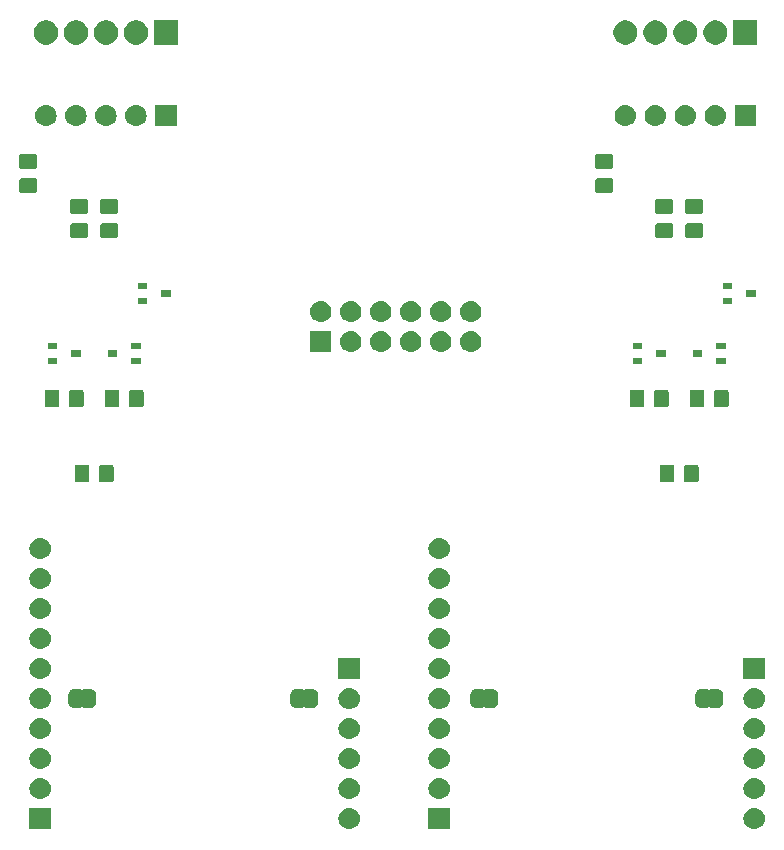
<source format=gbr>
G04 #@! TF.GenerationSoftware,KiCad,Pcbnew,(5.1.0)-1*
G04 #@! TF.CreationDate,2019-04-10T22:13:11-07:00*
G04 #@! TF.ProjectId,HS_2CH_RTD_Module,48535f32-4348-45f5-9254-445f4d6f6475,rev?*
G04 #@! TF.SameCoordinates,Original*
G04 #@! TF.FileFunction,Soldermask,Top*
G04 #@! TF.FilePolarity,Negative*
%FSLAX46Y46*%
G04 Gerber Fmt 4.6, Leading zero omitted, Abs format (unit mm)*
G04 Created by KiCad (PCBNEW (5.1.0)-1) date 2019-04-10 22:13:11*
%MOMM*%
%LPD*%
G04 APERTURE LIST*
%ADD10C,0.100000*%
G04 APERTURE END LIST*
D10*
G36*
X207911000Y-136791000D02*
G01*
X206109000Y-136791000D01*
X206109000Y-134989000D01*
X207911000Y-134989000D01*
X207911000Y-136791000D01*
X207911000Y-136791000D01*
G37*
G36*
X174129000Y-136791000D02*
G01*
X172327000Y-136791000D01*
X172327000Y-134989000D01*
X174129000Y-134989000D01*
X174129000Y-136791000D01*
X174129000Y-136791000D01*
G37*
G36*
X199500442Y-134995518D02*
G01*
X199566627Y-135002037D01*
X199736466Y-135053557D01*
X199892991Y-135137222D01*
X199928729Y-135166552D01*
X200030186Y-135249814D01*
X200113448Y-135351271D01*
X200142778Y-135387009D01*
X200226443Y-135543534D01*
X200277963Y-135713373D01*
X200295359Y-135890000D01*
X200277963Y-136066627D01*
X200226443Y-136236466D01*
X200142778Y-136392991D01*
X200113448Y-136428729D01*
X200030186Y-136530186D01*
X199928729Y-136613448D01*
X199892991Y-136642778D01*
X199736466Y-136726443D01*
X199566627Y-136777963D01*
X199500442Y-136784482D01*
X199434260Y-136791000D01*
X199345740Y-136791000D01*
X199279558Y-136784482D01*
X199213373Y-136777963D01*
X199043534Y-136726443D01*
X198887009Y-136642778D01*
X198851271Y-136613448D01*
X198749814Y-136530186D01*
X198666552Y-136428729D01*
X198637222Y-136392991D01*
X198553557Y-136236466D01*
X198502037Y-136066627D01*
X198484641Y-135890000D01*
X198502037Y-135713373D01*
X198553557Y-135543534D01*
X198637222Y-135387009D01*
X198666552Y-135351271D01*
X198749814Y-135249814D01*
X198851271Y-135166552D01*
X198887009Y-135137222D01*
X199043534Y-135053557D01*
X199213373Y-135002037D01*
X199279558Y-134995518D01*
X199345740Y-134989000D01*
X199434260Y-134989000D01*
X199500442Y-134995518D01*
X199500442Y-134995518D01*
G37*
G36*
X233790442Y-134995518D02*
G01*
X233856627Y-135002037D01*
X234026466Y-135053557D01*
X234182991Y-135137222D01*
X234218729Y-135166552D01*
X234320186Y-135249814D01*
X234403448Y-135351271D01*
X234432778Y-135387009D01*
X234516443Y-135543534D01*
X234567963Y-135713373D01*
X234585359Y-135890000D01*
X234567963Y-136066627D01*
X234516443Y-136236466D01*
X234432778Y-136392991D01*
X234403448Y-136428729D01*
X234320186Y-136530186D01*
X234218729Y-136613448D01*
X234182991Y-136642778D01*
X234026466Y-136726443D01*
X233856627Y-136777963D01*
X233790442Y-136784482D01*
X233724260Y-136791000D01*
X233635740Y-136791000D01*
X233569558Y-136784482D01*
X233503373Y-136777963D01*
X233333534Y-136726443D01*
X233177009Y-136642778D01*
X233141271Y-136613448D01*
X233039814Y-136530186D01*
X232956552Y-136428729D01*
X232927222Y-136392991D01*
X232843557Y-136236466D01*
X232792037Y-136066627D01*
X232774641Y-135890000D01*
X232792037Y-135713373D01*
X232843557Y-135543534D01*
X232927222Y-135387009D01*
X232956552Y-135351271D01*
X233039814Y-135249814D01*
X233141271Y-135166552D01*
X233177009Y-135137222D01*
X233333534Y-135053557D01*
X233503373Y-135002037D01*
X233569558Y-134995518D01*
X233635740Y-134989000D01*
X233724260Y-134989000D01*
X233790442Y-134995518D01*
X233790442Y-134995518D01*
G37*
G36*
X207120442Y-132455518D02*
G01*
X207186627Y-132462037D01*
X207356466Y-132513557D01*
X207512991Y-132597222D01*
X207548729Y-132626552D01*
X207650186Y-132709814D01*
X207733448Y-132811271D01*
X207762778Y-132847009D01*
X207846443Y-133003534D01*
X207897963Y-133173373D01*
X207915359Y-133350000D01*
X207897963Y-133526627D01*
X207846443Y-133696466D01*
X207762778Y-133852991D01*
X207733448Y-133888729D01*
X207650186Y-133990186D01*
X207548729Y-134073448D01*
X207512991Y-134102778D01*
X207356466Y-134186443D01*
X207186627Y-134237963D01*
X207120443Y-134244481D01*
X207054260Y-134251000D01*
X206965740Y-134251000D01*
X206899557Y-134244481D01*
X206833373Y-134237963D01*
X206663534Y-134186443D01*
X206507009Y-134102778D01*
X206471271Y-134073448D01*
X206369814Y-133990186D01*
X206286552Y-133888729D01*
X206257222Y-133852991D01*
X206173557Y-133696466D01*
X206122037Y-133526627D01*
X206104641Y-133350000D01*
X206122037Y-133173373D01*
X206173557Y-133003534D01*
X206257222Y-132847009D01*
X206286552Y-132811271D01*
X206369814Y-132709814D01*
X206471271Y-132626552D01*
X206507009Y-132597222D01*
X206663534Y-132513557D01*
X206833373Y-132462037D01*
X206899558Y-132455518D01*
X206965740Y-132449000D01*
X207054260Y-132449000D01*
X207120442Y-132455518D01*
X207120442Y-132455518D01*
G37*
G36*
X199500442Y-132455518D02*
G01*
X199566627Y-132462037D01*
X199736466Y-132513557D01*
X199892991Y-132597222D01*
X199928729Y-132626552D01*
X200030186Y-132709814D01*
X200113448Y-132811271D01*
X200142778Y-132847009D01*
X200226443Y-133003534D01*
X200277963Y-133173373D01*
X200295359Y-133350000D01*
X200277963Y-133526627D01*
X200226443Y-133696466D01*
X200142778Y-133852991D01*
X200113448Y-133888729D01*
X200030186Y-133990186D01*
X199928729Y-134073448D01*
X199892991Y-134102778D01*
X199736466Y-134186443D01*
X199566627Y-134237963D01*
X199500443Y-134244481D01*
X199434260Y-134251000D01*
X199345740Y-134251000D01*
X199279557Y-134244481D01*
X199213373Y-134237963D01*
X199043534Y-134186443D01*
X198887009Y-134102778D01*
X198851271Y-134073448D01*
X198749814Y-133990186D01*
X198666552Y-133888729D01*
X198637222Y-133852991D01*
X198553557Y-133696466D01*
X198502037Y-133526627D01*
X198484641Y-133350000D01*
X198502037Y-133173373D01*
X198553557Y-133003534D01*
X198637222Y-132847009D01*
X198666552Y-132811271D01*
X198749814Y-132709814D01*
X198851271Y-132626552D01*
X198887009Y-132597222D01*
X199043534Y-132513557D01*
X199213373Y-132462037D01*
X199279558Y-132455518D01*
X199345740Y-132449000D01*
X199434260Y-132449000D01*
X199500442Y-132455518D01*
X199500442Y-132455518D01*
G37*
G36*
X173338442Y-132455518D02*
G01*
X173404627Y-132462037D01*
X173574466Y-132513557D01*
X173730991Y-132597222D01*
X173766729Y-132626552D01*
X173868186Y-132709814D01*
X173951448Y-132811271D01*
X173980778Y-132847009D01*
X174064443Y-133003534D01*
X174115963Y-133173373D01*
X174133359Y-133350000D01*
X174115963Y-133526627D01*
X174064443Y-133696466D01*
X173980778Y-133852991D01*
X173951448Y-133888729D01*
X173868186Y-133990186D01*
X173766729Y-134073448D01*
X173730991Y-134102778D01*
X173574466Y-134186443D01*
X173404627Y-134237963D01*
X173338443Y-134244481D01*
X173272260Y-134251000D01*
X173183740Y-134251000D01*
X173117557Y-134244481D01*
X173051373Y-134237963D01*
X172881534Y-134186443D01*
X172725009Y-134102778D01*
X172689271Y-134073448D01*
X172587814Y-133990186D01*
X172504552Y-133888729D01*
X172475222Y-133852991D01*
X172391557Y-133696466D01*
X172340037Y-133526627D01*
X172322641Y-133350000D01*
X172340037Y-133173373D01*
X172391557Y-133003534D01*
X172475222Y-132847009D01*
X172504552Y-132811271D01*
X172587814Y-132709814D01*
X172689271Y-132626552D01*
X172725009Y-132597222D01*
X172881534Y-132513557D01*
X173051373Y-132462037D01*
X173117558Y-132455518D01*
X173183740Y-132449000D01*
X173272260Y-132449000D01*
X173338442Y-132455518D01*
X173338442Y-132455518D01*
G37*
G36*
X233790442Y-132455518D02*
G01*
X233856627Y-132462037D01*
X234026466Y-132513557D01*
X234182991Y-132597222D01*
X234218729Y-132626552D01*
X234320186Y-132709814D01*
X234403448Y-132811271D01*
X234432778Y-132847009D01*
X234516443Y-133003534D01*
X234567963Y-133173373D01*
X234585359Y-133350000D01*
X234567963Y-133526627D01*
X234516443Y-133696466D01*
X234432778Y-133852991D01*
X234403448Y-133888729D01*
X234320186Y-133990186D01*
X234218729Y-134073448D01*
X234182991Y-134102778D01*
X234026466Y-134186443D01*
X233856627Y-134237963D01*
X233790443Y-134244481D01*
X233724260Y-134251000D01*
X233635740Y-134251000D01*
X233569557Y-134244481D01*
X233503373Y-134237963D01*
X233333534Y-134186443D01*
X233177009Y-134102778D01*
X233141271Y-134073448D01*
X233039814Y-133990186D01*
X232956552Y-133888729D01*
X232927222Y-133852991D01*
X232843557Y-133696466D01*
X232792037Y-133526627D01*
X232774641Y-133350000D01*
X232792037Y-133173373D01*
X232843557Y-133003534D01*
X232927222Y-132847009D01*
X232956552Y-132811271D01*
X233039814Y-132709814D01*
X233141271Y-132626552D01*
X233177009Y-132597222D01*
X233333534Y-132513557D01*
X233503373Y-132462037D01*
X233569558Y-132455518D01*
X233635740Y-132449000D01*
X233724260Y-132449000D01*
X233790442Y-132455518D01*
X233790442Y-132455518D01*
G37*
G36*
X233790442Y-129915518D02*
G01*
X233856627Y-129922037D01*
X234026466Y-129973557D01*
X234182991Y-130057222D01*
X234218729Y-130086552D01*
X234320186Y-130169814D01*
X234403448Y-130271271D01*
X234432778Y-130307009D01*
X234516443Y-130463534D01*
X234567963Y-130633373D01*
X234585359Y-130810000D01*
X234567963Y-130986627D01*
X234516443Y-131156466D01*
X234432778Y-131312991D01*
X234403448Y-131348729D01*
X234320186Y-131450186D01*
X234218729Y-131533448D01*
X234182991Y-131562778D01*
X234026466Y-131646443D01*
X233856627Y-131697963D01*
X233790443Y-131704481D01*
X233724260Y-131711000D01*
X233635740Y-131711000D01*
X233569557Y-131704481D01*
X233503373Y-131697963D01*
X233333534Y-131646443D01*
X233177009Y-131562778D01*
X233141271Y-131533448D01*
X233039814Y-131450186D01*
X232956552Y-131348729D01*
X232927222Y-131312991D01*
X232843557Y-131156466D01*
X232792037Y-130986627D01*
X232774641Y-130810000D01*
X232792037Y-130633373D01*
X232843557Y-130463534D01*
X232927222Y-130307009D01*
X232956552Y-130271271D01*
X233039814Y-130169814D01*
X233141271Y-130086552D01*
X233177009Y-130057222D01*
X233333534Y-129973557D01*
X233503373Y-129922037D01*
X233569558Y-129915518D01*
X233635740Y-129909000D01*
X233724260Y-129909000D01*
X233790442Y-129915518D01*
X233790442Y-129915518D01*
G37*
G36*
X173338442Y-129915518D02*
G01*
X173404627Y-129922037D01*
X173574466Y-129973557D01*
X173730991Y-130057222D01*
X173766729Y-130086552D01*
X173868186Y-130169814D01*
X173951448Y-130271271D01*
X173980778Y-130307009D01*
X174064443Y-130463534D01*
X174115963Y-130633373D01*
X174133359Y-130810000D01*
X174115963Y-130986627D01*
X174064443Y-131156466D01*
X173980778Y-131312991D01*
X173951448Y-131348729D01*
X173868186Y-131450186D01*
X173766729Y-131533448D01*
X173730991Y-131562778D01*
X173574466Y-131646443D01*
X173404627Y-131697963D01*
X173338443Y-131704481D01*
X173272260Y-131711000D01*
X173183740Y-131711000D01*
X173117557Y-131704481D01*
X173051373Y-131697963D01*
X172881534Y-131646443D01*
X172725009Y-131562778D01*
X172689271Y-131533448D01*
X172587814Y-131450186D01*
X172504552Y-131348729D01*
X172475222Y-131312991D01*
X172391557Y-131156466D01*
X172340037Y-130986627D01*
X172322641Y-130810000D01*
X172340037Y-130633373D01*
X172391557Y-130463534D01*
X172475222Y-130307009D01*
X172504552Y-130271271D01*
X172587814Y-130169814D01*
X172689271Y-130086552D01*
X172725009Y-130057222D01*
X172881534Y-129973557D01*
X173051373Y-129922037D01*
X173117558Y-129915518D01*
X173183740Y-129909000D01*
X173272260Y-129909000D01*
X173338442Y-129915518D01*
X173338442Y-129915518D01*
G37*
G36*
X199500442Y-129915518D02*
G01*
X199566627Y-129922037D01*
X199736466Y-129973557D01*
X199892991Y-130057222D01*
X199928729Y-130086552D01*
X200030186Y-130169814D01*
X200113448Y-130271271D01*
X200142778Y-130307009D01*
X200226443Y-130463534D01*
X200277963Y-130633373D01*
X200295359Y-130810000D01*
X200277963Y-130986627D01*
X200226443Y-131156466D01*
X200142778Y-131312991D01*
X200113448Y-131348729D01*
X200030186Y-131450186D01*
X199928729Y-131533448D01*
X199892991Y-131562778D01*
X199736466Y-131646443D01*
X199566627Y-131697963D01*
X199500443Y-131704481D01*
X199434260Y-131711000D01*
X199345740Y-131711000D01*
X199279557Y-131704481D01*
X199213373Y-131697963D01*
X199043534Y-131646443D01*
X198887009Y-131562778D01*
X198851271Y-131533448D01*
X198749814Y-131450186D01*
X198666552Y-131348729D01*
X198637222Y-131312991D01*
X198553557Y-131156466D01*
X198502037Y-130986627D01*
X198484641Y-130810000D01*
X198502037Y-130633373D01*
X198553557Y-130463534D01*
X198637222Y-130307009D01*
X198666552Y-130271271D01*
X198749814Y-130169814D01*
X198851271Y-130086552D01*
X198887009Y-130057222D01*
X199043534Y-129973557D01*
X199213373Y-129922037D01*
X199279558Y-129915518D01*
X199345740Y-129909000D01*
X199434260Y-129909000D01*
X199500442Y-129915518D01*
X199500442Y-129915518D01*
G37*
G36*
X207120442Y-129915518D02*
G01*
X207186627Y-129922037D01*
X207356466Y-129973557D01*
X207512991Y-130057222D01*
X207548729Y-130086552D01*
X207650186Y-130169814D01*
X207733448Y-130271271D01*
X207762778Y-130307009D01*
X207846443Y-130463534D01*
X207897963Y-130633373D01*
X207915359Y-130810000D01*
X207897963Y-130986627D01*
X207846443Y-131156466D01*
X207762778Y-131312991D01*
X207733448Y-131348729D01*
X207650186Y-131450186D01*
X207548729Y-131533448D01*
X207512991Y-131562778D01*
X207356466Y-131646443D01*
X207186627Y-131697963D01*
X207120443Y-131704481D01*
X207054260Y-131711000D01*
X206965740Y-131711000D01*
X206899557Y-131704481D01*
X206833373Y-131697963D01*
X206663534Y-131646443D01*
X206507009Y-131562778D01*
X206471271Y-131533448D01*
X206369814Y-131450186D01*
X206286552Y-131348729D01*
X206257222Y-131312991D01*
X206173557Y-131156466D01*
X206122037Y-130986627D01*
X206104641Y-130810000D01*
X206122037Y-130633373D01*
X206173557Y-130463534D01*
X206257222Y-130307009D01*
X206286552Y-130271271D01*
X206369814Y-130169814D01*
X206471271Y-130086552D01*
X206507009Y-130057222D01*
X206663534Y-129973557D01*
X206833373Y-129922037D01*
X206899558Y-129915518D01*
X206965740Y-129909000D01*
X207054260Y-129909000D01*
X207120442Y-129915518D01*
X207120442Y-129915518D01*
G37*
G36*
X199500442Y-127375518D02*
G01*
X199566627Y-127382037D01*
X199736466Y-127433557D01*
X199892991Y-127517222D01*
X199928729Y-127546552D01*
X200030186Y-127629814D01*
X200113448Y-127731271D01*
X200142778Y-127767009D01*
X200226443Y-127923534D01*
X200277963Y-128093373D01*
X200295359Y-128270000D01*
X200277963Y-128446627D01*
X200226443Y-128616466D01*
X200142778Y-128772991D01*
X200113448Y-128808729D01*
X200030186Y-128910186D01*
X199928729Y-128993448D01*
X199892991Y-129022778D01*
X199736466Y-129106443D01*
X199566627Y-129157963D01*
X199500442Y-129164482D01*
X199434260Y-129171000D01*
X199345740Y-129171000D01*
X199279558Y-129164482D01*
X199213373Y-129157963D01*
X199043534Y-129106443D01*
X198887009Y-129022778D01*
X198851271Y-128993448D01*
X198749814Y-128910186D01*
X198666552Y-128808729D01*
X198637222Y-128772991D01*
X198553557Y-128616466D01*
X198502037Y-128446627D01*
X198484641Y-128270000D01*
X198502037Y-128093373D01*
X198553557Y-127923534D01*
X198637222Y-127767009D01*
X198666552Y-127731271D01*
X198749814Y-127629814D01*
X198851271Y-127546552D01*
X198887009Y-127517222D01*
X199043534Y-127433557D01*
X199213373Y-127382037D01*
X199279558Y-127375518D01*
X199345740Y-127369000D01*
X199434260Y-127369000D01*
X199500442Y-127375518D01*
X199500442Y-127375518D01*
G37*
G36*
X233790442Y-127375518D02*
G01*
X233856627Y-127382037D01*
X234026466Y-127433557D01*
X234182991Y-127517222D01*
X234218729Y-127546552D01*
X234320186Y-127629814D01*
X234403448Y-127731271D01*
X234432778Y-127767009D01*
X234516443Y-127923534D01*
X234567963Y-128093373D01*
X234585359Y-128270000D01*
X234567963Y-128446627D01*
X234516443Y-128616466D01*
X234432778Y-128772991D01*
X234403448Y-128808729D01*
X234320186Y-128910186D01*
X234218729Y-128993448D01*
X234182991Y-129022778D01*
X234026466Y-129106443D01*
X233856627Y-129157963D01*
X233790442Y-129164482D01*
X233724260Y-129171000D01*
X233635740Y-129171000D01*
X233569558Y-129164482D01*
X233503373Y-129157963D01*
X233333534Y-129106443D01*
X233177009Y-129022778D01*
X233141271Y-128993448D01*
X233039814Y-128910186D01*
X232956552Y-128808729D01*
X232927222Y-128772991D01*
X232843557Y-128616466D01*
X232792037Y-128446627D01*
X232774641Y-128270000D01*
X232792037Y-128093373D01*
X232843557Y-127923534D01*
X232927222Y-127767009D01*
X232956552Y-127731271D01*
X233039814Y-127629814D01*
X233141271Y-127546552D01*
X233177009Y-127517222D01*
X233333534Y-127433557D01*
X233503373Y-127382037D01*
X233569558Y-127375518D01*
X233635740Y-127369000D01*
X233724260Y-127369000D01*
X233790442Y-127375518D01*
X233790442Y-127375518D01*
G37*
G36*
X207120442Y-127375518D02*
G01*
X207186627Y-127382037D01*
X207356466Y-127433557D01*
X207512991Y-127517222D01*
X207548729Y-127546552D01*
X207650186Y-127629814D01*
X207733448Y-127731271D01*
X207762778Y-127767009D01*
X207846443Y-127923534D01*
X207897963Y-128093373D01*
X207915359Y-128270000D01*
X207897963Y-128446627D01*
X207846443Y-128616466D01*
X207762778Y-128772991D01*
X207733448Y-128808729D01*
X207650186Y-128910186D01*
X207548729Y-128993448D01*
X207512991Y-129022778D01*
X207356466Y-129106443D01*
X207186627Y-129157963D01*
X207120442Y-129164482D01*
X207054260Y-129171000D01*
X206965740Y-129171000D01*
X206899558Y-129164482D01*
X206833373Y-129157963D01*
X206663534Y-129106443D01*
X206507009Y-129022778D01*
X206471271Y-128993448D01*
X206369814Y-128910186D01*
X206286552Y-128808729D01*
X206257222Y-128772991D01*
X206173557Y-128616466D01*
X206122037Y-128446627D01*
X206104641Y-128270000D01*
X206122037Y-128093373D01*
X206173557Y-127923534D01*
X206257222Y-127767009D01*
X206286552Y-127731271D01*
X206369814Y-127629814D01*
X206471271Y-127546552D01*
X206507009Y-127517222D01*
X206663534Y-127433557D01*
X206833373Y-127382037D01*
X206899558Y-127375518D01*
X206965740Y-127369000D01*
X207054260Y-127369000D01*
X207120442Y-127375518D01*
X207120442Y-127375518D01*
G37*
G36*
X173338442Y-127375518D02*
G01*
X173404627Y-127382037D01*
X173574466Y-127433557D01*
X173730991Y-127517222D01*
X173766729Y-127546552D01*
X173868186Y-127629814D01*
X173951448Y-127731271D01*
X173980778Y-127767009D01*
X174064443Y-127923534D01*
X174115963Y-128093373D01*
X174133359Y-128270000D01*
X174115963Y-128446627D01*
X174064443Y-128616466D01*
X173980778Y-128772991D01*
X173951448Y-128808729D01*
X173868186Y-128910186D01*
X173766729Y-128993448D01*
X173730991Y-129022778D01*
X173574466Y-129106443D01*
X173404627Y-129157963D01*
X173338442Y-129164482D01*
X173272260Y-129171000D01*
X173183740Y-129171000D01*
X173117558Y-129164482D01*
X173051373Y-129157963D01*
X172881534Y-129106443D01*
X172725009Y-129022778D01*
X172689271Y-128993448D01*
X172587814Y-128910186D01*
X172504552Y-128808729D01*
X172475222Y-128772991D01*
X172391557Y-128616466D01*
X172340037Y-128446627D01*
X172322641Y-128270000D01*
X172340037Y-128093373D01*
X172391557Y-127923534D01*
X172475222Y-127767009D01*
X172504552Y-127731271D01*
X172587814Y-127629814D01*
X172689271Y-127546552D01*
X172725009Y-127517222D01*
X172881534Y-127433557D01*
X173051373Y-127382037D01*
X173117558Y-127375518D01*
X173183740Y-127369000D01*
X173272260Y-127369000D01*
X173338442Y-127375518D01*
X173338442Y-127375518D01*
G37*
G36*
X173338443Y-124835519D02*
G01*
X173404627Y-124842037D01*
X173574466Y-124893557D01*
X173574468Y-124893558D01*
X173642155Y-124929738D01*
X173730991Y-124977222D01*
X173766729Y-125006552D01*
X173868186Y-125089814D01*
X173951448Y-125191271D01*
X173980778Y-125227009D01*
X174064443Y-125383534D01*
X174115963Y-125553373D01*
X174133359Y-125730000D01*
X174115963Y-125906627D01*
X174064443Y-126076466D01*
X173980778Y-126232991D01*
X173951448Y-126268729D01*
X173868186Y-126370186D01*
X173772967Y-126448329D01*
X173730991Y-126482778D01*
X173730989Y-126482779D01*
X173642154Y-126530263D01*
X173574466Y-126566443D01*
X173404627Y-126617963D01*
X173338442Y-126624482D01*
X173272260Y-126631000D01*
X173183740Y-126631000D01*
X173117558Y-126624482D01*
X173051373Y-126617963D01*
X172881534Y-126566443D01*
X172813847Y-126530263D01*
X172725011Y-126482779D01*
X172725009Y-126482778D01*
X172683033Y-126448329D01*
X172587814Y-126370186D01*
X172504552Y-126268729D01*
X172475222Y-126232991D01*
X172391557Y-126076466D01*
X172340037Y-125906627D01*
X172322641Y-125730000D01*
X172340037Y-125553373D01*
X172391557Y-125383534D01*
X172475222Y-125227009D01*
X172504552Y-125191271D01*
X172587814Y-125089814D01*
X172689271Y-125006552D01*
X172725009Y-124977222D01*
X172813845Y-124929738D01*
X172881532Y-124893558D01*
X172881534Y-124893557D01*
X173051373Y-124842037D01*
X173117557Y-124835519D01*
X173183740Y-124829000D01*
X173272260Y-124829000D01*
X173338443Y-124835519D01*
X173338443Y-124835519D01*
G37*
G36*
X207120443Y-124835519D02*
G01*
X207186627Y-124842037D01*
X207356466Y-124893557D01*
X207356468Y-124893558D01*
X207424155Y-124929738D01*
X207512991Y-124977222D01*
X207548729Y-125006552D01*
X207650186Y-125089814D01*
X207733448Y-125191271D01*
X207762778Y-125227009D01*
X207846443Y-125383534D01*
X207897963Y-125553373D01*
X207915359Y-125730000D01*
X207897963Y-125906627D01*
X207846443Y-126076466D01*
X207762778Y-126232991D01*
X207733448Y-126268729D01*
X207650186Y-126370186D01*
X207554967Y-126448329D01*
X207512991Y-126482778D01*
X207512989Y-126482779D01*
X207424154Y-126530263D01*
X207356466Y-126566443D01*
X207186627Y-126617963D01*
X207120442Y-126624482D01*
X207054260Y-126631000D01*
X206965740Y-126631000D01*
X206899558Y-126624482D01*
X206833373Y-126617963D01*
X206663534Y-126566443D01*
X206595847Y-126530263D01*
X206507011Y-126482779D01*
X206507009Y-126482778D01*
X206465033Y-126448329D01*
X206369814Y-126370186D01*
X206286552Y-126268729D01*
X206257222Y-126232991D01*
X206173557Y-126076466D01*
X206122037Y-125906627D01*
X206104641Y-125730000D01*
X206122037Y-125553373D01*
X206173557Y-125383534D01*
X206257222Y-125227009D01*
X206286552Y-125191271D01*
X206369814Y-125089814D01*
X206471271Y-125006552D01*
X206507009Y-124977222D01*
X206595845Y-124929738D01*
X206663532Y-124893558D01*
X206663534Y-124893557D01*
X206833373Y-124842037D01*
X206899557Y-124835519D01*
X206965740Y-124829000D01*
X207054260Y-124829000D01*
X207120443Y-124835519D01*
X207120443Y-124835519D01*
G37*
G36*
X199500443Y-124835519D02*
G01*
X199566627Y-124842037D01*
X199736466Y-124893557D01*
X199736468Y-124893558D01*
X199804155Y-124929738D01*
X199892991Y-124977222D01*
X199928729Y-125006552D01*
X200030186Y-125089814D01*
X200113448Y-125191271D01*
X200142778Y-125227009D01*
X200226443Y-125383534D01*
X200277963Y-125553373D01*
X200295359Y-125730000D01*
X200277963Y-125906627D01*
X200226443Y-126076466D01*
X200142778Y-126232991D01*
X200113448Y-126268729D01*
X200030186Y-126370186D01*
X199934967Y-126448329D01*
X199892991Y-126482778D01*
X199892989Y-126482779D01*
X199804154Y-126530263D01*
X199736466Y-126566443D01*
X199566627Y-126617963D01*
X199500442Y-126624482D01*
X199434260Y-126631000D01*
X199345740Y-126631000D01*
X199279558Y-126624482D01*
X199213373Y-126617963D01*
X199043534Y-126566443D01*
X198975847Y-126530263D01*
X198887011Y-126482779D01*
X198887009Y-126482778D01*
X198845033Y-126448329D01*
X198749814Y-126370186D01*
X198666552Y-126268729D01*
X198637222Y-126232991D01*
X198553557Y-126076466D01*
X198502037Y-125906627D01*
X198484641Y-125730000D01*
X198502037Y-125553373D01*
X198553557Y-125383534D01*
X198637222Y-125227009D01*
X198666552Y-125191271D01*
X198749814Y-125089814D01*
X198851271Y-125006552D01*
X198887009Y-124977222D01*
X198975845Y-124929738D01*
X199043532Y-124893558D01*
X199043534Y-124893557D01*
X199213373Y-124842037D01*
X199279557Y-124835519D01*
X199345740Y-124829000D01*
X199434260Y-124829000D01*
X199500443Y-124835519D01*
X199500443Y-124835519D01*
G37*
G36*
X233790443Y-124835519D02*
G01*
X233856627Y-124842037D01*
X234026466Y-124893557D01*
X234026468Y-124893558D01*
X234094155Y-124929738D01*
X234182991Y-124977222D01*
X234218729Y-125006552D01*
X234320186Y-125089814D01*
X234403448Y-125191271D01*
X234432778Y-125227009D01*
X234516443Y-125383534D01*
X234567963Y-125553373D01*
X234585359Y-125730000D01*
X234567963Y-125906627D01*
X234516443Y-126076466D01*
X234432778Y-126232991D01*
X234403448Y-126268729D01*
X234320186Y-126370186D01*
X234224967Y-126448329D01*
X234182991Y-126482778D01*
X234182989Y-126482779D01*
X234094154Y-126530263D01*
X234026466Y-126566443D01*
X233856627Y-126617963D01*
X233790442Y-126624482D01*
X233724260Y-126631000D01*
X233635740Y-126631000D01*
X233569558Y-126624482D01*
X233503373Y-126617963D01*
X233333534Y-126566443D01*
X233265847Y-126530263D01*
X233177011Y-126482779D01*
X233177009Y-126482778D01*
X233135033Y-126448329D01*
X233039814Y-126370186D01*
X232956552Y-126268729D01*
X232927222Y-126232991D01*
X232843557Y-126076466D01*
X232792037Y-125906627D01*
X232774641Y-125730000D01*
X232792037Y-125553373D01*
X232843557Y-125383534D01*
X232927222Y-125227009D01*
X232956552Y-125191271D01*
X233039814Y-125089814D01*
X233141271Y-125006552D01*
X233177009Y-124977222D01*
X233265845Y-124929738D01*
X233333532Y-124893558D01*
X233333534Y-124893557D01*
X233503373Y-124842037D01*
X233569557Y-124835519D01*
X233635740Y-124829000D01*
X233724260Y-124829000D01*
X233790443Y-124835519D01*
X233790443Y-124835519D01*
G37*
G36*
X176643999Y-124929737D02*
G01*
X176653608Y-124932652D01*
X176662472Y-124937390D01*
X176670237Y-124943763D01*
X176680448Y-124956206D01*
X176687378Y-124966575D01*
X176704705Y-124983902D01*
X176725080Y-124997515D01*
X176747720Y-125006891D01*
X176771753Y-125011671D01*
X176796257Y-125011670D01*
X176820290Y-125006888D01*
X176842929Y-124997510D01*
X176863302Y-124983895D01*
X176880629Y-124966568D01*
X176887558Y-124956198D01*
X176897763Y-124943763D01*
X176905528Y-124937390D01*
X176914392Y-124932652D01*
X176924001Y-124929737D01*
X176940140Y-124928148D01*
X177427861Y-124928148D01*
X177446199Y-124929954D01*
X177458450Y-124930556D01*
X177476869Y-124930556D01*
X177499149Y-124932750D01*
X177583233Y-124949476D01*
X177604660Y-124955976D01*
X177683858Y-124988780D01*
X177689303Y-124991691D01*
X177689309Y-124991693D01*
X177698169Y-124996429D01*
X177698173Y-124996432D01*
X177703614Y-124999340D01*
X177774899Y-125046971D01*
X177792204Y-125061172D01*
X177852828Y-125121796D01*
X177867029Y-125139101D01*
X177914660Y-125210386D01*
X177917568Y-125215827D01*
X177917571Y-125215831D01*
X177922307Y-125224691D01*
X177922309Y-125224697D01*
X177925220Y-125230142D01*
X177958024Y-125309340D01*
X177964524Y-125330767D01*
X177981250Y-125414851D01*
X177983444Y-125437131D01*
X177983444Y-125455550D01*
X177984046Y-125467801D01*
X177985852Y-125486139D01*
X177985852Y-125973862D01*
X177984046Y-125992199D01*
X177983444Y-126004450D01*
X177983444Y-126022869D01*
X177981250Y-126045149D01*
X177964524Y-126129233D01*
X177958024Y-126150660D01*
X177925220Y-126229858D01*
X177922309Y-126235303D01*
X177922307Y-126235309D01*
X177917571Y-126244169D01*
X177917568Y-126244173D01*
X177914660Y-126249614D01*
X177867029Y-126320899D01*
X177852828Y-126338204D01*
X177792204Y-126398828D01*
X177774899Y-126413029D01*
X177703614Y-126460660D01*
X177698173Y-126463568D01*
X177698169Y-126463571D01*
X177689309Y-126468307D01*
X177689303Y-126468309D01*
X177683858Y-126471220D01*
X177604660Y-126504024D01*
X177583233Y-126510524D01*
X177499149Y-126527250D01*
X177476869Y-126529444D01*
X177458450Y-126529444D01*
X177446199Y-126530046D01*
X177427862Y-126531852D01*
X176940140Y-126531852D01*
X176924001Y-126530263D01*
X176914392Y-126527348D01*
X176905528Y-126522610D01*
X176897763Y-126516237D01*
X176887552Y-126503794D01*
X176880622Y-126493425D01*
X176863295Y-126476098D01*
X176842920Y-126462485D01*
X176820280Y-126453109D01*
X176796247Y-126448329D01*
X176771743Y-126448330D01*
X176747710Y-126453112D01*
X176725071Y-126462490D01*
X176704698Y-126476105D01*
X176687371Y-126493432D01*
X176680442Y-126503802D01*
X176670237Y-126516237D01*
X176662472Y-126522610D01*
X176653608Y-126527348D01*
X176643999Y-126530263D01*
X176627860Y-126531852D01*
X176140138Y-126531852D01*
X176121801Y-126530046D01*
X176109550Y-126529444D01*
X176091131Y-126529444D01*
X176068851Y-126527250D01*
X175984767Y-126510524D01*
X175963340Y-126504024D01*
X175884142Y-126471220D01*
X175878697Y-126468309D01*
X175878691Y-126468307D01*
X175869831Y-126463571D01*
X175869827Y-126463568D01*
X175864386Y-126460660D01*
X175793101Y-126413029D01*
X175775796Y-126398828D01*
X175715172Y-126338204D01*
X175700971Y-126320899D01*
X175653340Y-126249614D01*
X175650432Y-126244173D01*
X175650429Y-126244169D01*
X175645693Y-126235309D01*
X175645691Y-126235303D01*
X175642780Y-126229858D01*
X175609976Y-126150660D01*
X175603476Y-126129233D01*
X175586750Y-126045149D01*
X175584556Y-126022869D01*
X175584556Y-126004450D01*
X175583954Y-125992199D01*
X175582148Y-125973862D01*
X175582148Y-125486139D01*
X175583954Y-125467801D01*
X175584556Y-125455550D01*
X175584556Y-125437131D01*
X175586750Y-125414851D01*
X175603476Y-125330767D01*
X175609976Y-125309340D01*
X175642780Y-125230142D01*
X175645691Y-125224697D01*
X175645693Y-125224691D01*
X175650429Y-125215831D01*
X175650432Y-125215827D01*
X175653340Y-125210386D01*
X175700971Y-125139101D01*
X175715172Y-125121796D01*
X175775796Y-125061172D01*
X175793101Y-125046971D01*
X175864386Y-124999340D01*
X175869827Y-124996432D01*
X175869831Y-124996429D01*
X175878691Y-124991693D01*
X175878697Y-124991691D01*
X175884142Y-124988780D01*
X175963340Y-124955976D01*
X175984767Y-124949476D01*
X176068851Y-124932750D01*
X176091131Y-124930556D01*
X176109550Y-124930556D01*
X176121801Y-124929954D01*
X176140139Y-124928148D01*
X176627860Y-124928148D01*
X176643999Y-124929737D01*
X176643999Y-124929737D01*
G37*
G36*
X229729999Y-124929737D02*
G01*
X229739608Y-124932652D01*
X229748472Y-124937390D01*
X229756237Y-124943763D01*
X229766448Y-124956206D01*
X229773378Y-124966575D01*
X229790705Y-124983902D01*
X229811080Y-124997515D01*
X229833720Y-125006891D01*
X229857753Y-125011671D01*
X229882257Y-125011670D01*
X229906290Y-125006888D01*
X229928929Y-124997510D01*
X229949302Y-124983895D01*
X229966629Y-124966568D01*
X229973558Y-124956198D01*
X229983763Y-124943763D01*
X229991528Y-124937390D01*
X230000392Y-124932652D01*
X230010001Y-124929737D01*
X230026140Y-124928148D01*
X230513861Y-124928148D01*
X230532199Y-124929954D01*
X230544450Y-124930556D01*
X230562869Y-124930556D01*
X230585149Y-124932750D01*
X230669233Y-124949476D01*
X230690660Y-124955976D01*
X230769858Y-124988780D01*
X230775303Y-124991691D01*
X230775309Y-124991693D01*
X230784169Y-124996429D01*
X230784173Y-124996432D01*
X230789614Y-124999340D01*
X230860899Y-125046971D01*
X230878204Y-125061172D01*
X230938828Y-125121796D01*
X230953029Y-125139101D01*
X231000660Y-125210386D01*
X231003568Y-125215827D01*
X231003571Y-125215831D01*
X231008307Y-125224691D01*
X231008309Y-125224697D01*
X231011220Y-125230142D01*
X231044024Y-125309340D01*
X231050524Y-125330767D01*
X231067250Y-125414851D01*
X231069444Y-125437131D01*
X231069444Y-125455550D01*
X231070046Y-125467801D01*
X231071852Y-125486139D01*
X231071852Y-125973862D01*
X231070046Y-125992199D01*
X231069444Y-126004450D01*
X231069444Y-126022869D01*
X231067250Y-126045149D01*
X231050524Y-126129233D01*
X231044024Y-126150660D01*
X231011220Y-126229858D01*
X231008309Y-126235303D01*
X231008307Y-126235309D01*
X231003571Y-126244169D01*
X231003568Y-126244173D01*
X231000660Y-126249614D01*
X230953029Y-126320899D01*
X230938828Y-126338204D01*
X230878204Y-126398828D01*
X230860899Y-126413029D01*
X230789614Y-126460660D01*
X230784173Y-126463568D01*
X230784169Y-126463571D01*
X230775309Y-126468307D01*
X230775303Y-126468309D01*
X230769858Y-126471220D01*
X230690660Y-126504024D01*
X230669233Y-126510524D01*
X230585149Y-126527250D01*
X230562869Y-126529444D01*
X230544450Y-126529444D01*
X230532199Y-126530046D01*
X230513862Y-126531852D01*
X230026140Y-126531852D01*
X230010001Y-126530263D01*
X230000392Y-126527348D01*
X229991528Y-126522610D01*
X229983763Y-126516237D01*
X229973552Y-126503794D01*
X229966622Y-126493425D01*
X229949295Y-126476098D01*
X229928920Y-126462485D01*
X229906280Y-126453109D01*
X229882247Y-126448329D01*
X229857743Y-126448330D01*
X229833710Y-126453112D01*
X229811071Y-126462490D01*
X229790698Y-126476105D01*
X229773371Y-126493432D01*
X229766442Y-126503802D01*
X229756237Y-126516237D01*
X229748472Y-126522610D01*
X229739608Y-126527348D01*
X229729999Y-126530263D01*
X229713860Y-126531852D01*
X229226138Y-126531852D01*
X229207801Y-126530046D01*
X229195550Y-126529444D01*
X229177131Y-126529444D01*
X229154851Y-126527250D01*
X229070767Y-126510524D01*
X229049340Y-126504024D01*
X228970142Y-126471220D01*
X228964697Y-126468309D01*
X228964691Y-126468307D01*
X228955831Y-126463571D01*
X228955827Y-126463568D01*
X228950386Y-126460660D01*
X228879101Y-126413029D01*
X228861796Y-126398828D01*
X228801172Y-126338204D01*
X228786971Y-126320899D01*
X228739340Y-126249614D01*
X228736432Y-126244173D01*
X228736429Y-126244169D01*
X228731693Y-126235309D01*
X228731691Y-126235303D01*
X228728780Y-126229858D01*
X228695976Y-126150660D01*
X228689476Y-126129233D01*
X228672750Y-126045149D01*
X228670556Y-126022869D01*
X228670556Y-126004450D01*
X228669954Y-125992199D01*
X228668148Y-125973862D01*
X228668148Y-125486139D01*
X228669954Y-125467801D01*
X228670556Y-125455550D01*
X228670556Y-125437131D01*
X228672750Y-125414851D01*
X228689476Y-125330767D01*
X228695976Y-125309340D01*
X228728780Y-125230142D01*
X228731691Y-125224697D01*
X228731693Y-125224691D01*
X228736429Y-125215831D01*
X228736432Y-125215827D01*
X228739340Y-125210386D01*
X228786971Y-125139101D01*
X228801172Y-125121796D01*
X228861796Y-125061172D01*
X228879101Y-125046971D01*
X228950386Y-124999340D01*
X228955827Y-124996432D01*
X228955831Y-124996429D01*
X228964691Y-124991693D01*
X228964697Y-124991691D01*
X228970142Y-124988780D01*
X229049340Y-124955976D01*
X229070767Y-124949476D01*
X229154851Y-124932750D01*
X229177131Y-124930556D01*
X229195550Y-124930556D01*
X229207801Y-124929954D01*
X229226139Y-124928148D01*
X229713860Y-124928148D01*
X229729999Y-124929737D01*
X229729999Y-124929737D01*
G37*
G36*
X195439999Y-124929737D02*
G01*
X195449608Y-124932652D01*
X195458472Y-124937390D01*
X195466237Y-124943763D01*
X195476448Y-124956206D01*
X195483378Y-124966575D01*
X195500705Y-124983902D01*
X195521080Y-124997515D01*
X195543720Y-125006891D01*
X195567753Y-125011671D01*
X195592257Y-125011670D01*
X195616290Y-125006888D01*
X195638929Y-124997510D01*
X195659302Y-124983895D01*
X195676629Y-124966568D01*
X195683558Y-124956198D01*
X195693763Y-124943763D01*
X195701528Y-124937390D01*
X195710392Y-124932652D01*
X195720001Y-124929737D01*
X195736140Y-124928148D01*
X196223861Y-124928148D01*
X196242199Y-124929954D01*
X196254450Y-124930556D01*
X196272869Y-124930556D01*
X196295149Y-124932750D01*
X196379233Y-124949476D01*
X196400660Y-124955976D01*
X196479858Y-124988780D01*
X196485303Y-124991691D01*
X196485309Y-124991693D01*
X196494169Y-124996429D01*
X196494173Y-124996432D01*
X196499614Y-124999340D01*
X196570899Y-125046971D01*
X196588204Y-125061172D01*
X196648828Y-125121796D01*
X196663029Y-125139101D01*
X196710660Y-125210386D01*
X196713568Y-125215827D01*
X196713571Y-125215831D01*
X196718307Y-125224691D01*
X196718309Y-125224697D01*
X196721220Y-125230142D01*
X196754024Y-125309340D01*
X196760524Y-125330767D01*
X196777250Y-125414851D01*
X196779444Y-125437131D01*
X196779444Y-125455550D01*
X196780046Y-125467801D01*
X196781852Y-125486139D01*
X196781852Y-125973862D01*
X196780046Y-125992199D01*
X196779444Y-126004450D01*
X196779444Y-126022869D01*
X196777250Y-126045149D01*
X196760524Y-126129233D01*
X196754024Y-126150660D01*
X196721220Y-126229858D01*
X196718309Y-126235303D01*
X196718307Y-126235309D01*
X196713571Y-126244169D01*
X196713568Y-126244173D01*
X196710660Y-126249614D01*
X196663029Y-126320899D01*
X196648828Y-126338204D01*
X196588204Y-126398828D01*
X196570899Y-126413029D01*
X196499614Y-126460660D01*
X196494173Y-126463568D01*
X196494169Y-126463571D01*
X196485309Y-126468307D01*
X196485303Y-126468309D01*
X196479858Y-126471220D01*
X196400660Y-126504024D01*
X196379233Y-126510524D01*
X196295149Y-126527250D01*
X196272869Y-126529444D01*
X196254450Y-126529444D01*
X196242199Y-126530046D01*
X196223862Y-126531852D01*
X195736140Y-126531852D01*
X195720001Y-126530263D01*
X195710392Y-126527348D01*
X195701528Y-126522610D01*
X195693763Y-126516237D01*
X195683552Y-126503794D01*
X195676622Y-126493425D01*
X195659295Y-126476098D01*
X195638920Y-126462485D01*
X195616280Y-126453109D01*
X195592247Y-126448329D01*
X195567743Y-126448330D01*
X195543710Y-126453112D01*
X195521071Y-126462490D01*
X195500698Y-126476105D01*
X195483371Y-126493432D01*
X195476442Y-126503802D01*
X195466237Y-126516237D01*
X195458472Y-126522610D01*
X195449608Y-126527348D01*
X195439999Y-126530263D01*
X195423860Y-126531852D01*
X194936138Y-126531852D01*
X194917801Y-126530046D01*
X194905550Y-126529444D01*
X194887131Y-126529444D01*
X194864851Y-126527250D01*
X194780767Y-126510524D01*
X194759340Y-126504024D01*
X194680142Y-126471220D01*
X194674697Y-126468309D01*
X194674691Y-126468307D01*
X194665831Y-126463571D01*
X194665827Y-126463568D01*
X194660386Y-126460660D01*
X194589101Y-126413029D01*
X194571796Y-126398828D01*
X194511172Y-126338204D01*
X194496971Y-126320899D01*
X194449340Y-126249614D01*
X194446432Y-126244173D01*
X194446429Y-126244169D01*
X194441693Y-126235309D01*
X194441691Y-126235303D01*
X194438780Y-126229858D01*
X194405976Y-126150660D01*
X194399476Y-126129233D01*
X194382750Y-126045149D01*
X194380556Y-126022869D01*
X194380556Y-126004450D01*
X194379954Y-125992199D01*
X194378148Y-125973862D01*
X194378148Y-125486139D01*
X194379954Y-125467801D01*
X194380556Y-125455550D01*
X194380556Y-125437131D01*
X194382750Y-125414851D01*
X194399476Y-125330767D01*
X194405976Y-125309340D01*
X194438780Y-125230142D01*
X194441691Y-125224697D01*
X194441693Y-125224691D01*
X194446429Y-125215831D01*
X194446432Y-125215827D01*
X194449340Y-125210386D01*
X194496971Y-125139101D01*
X194511172Y-125121796D01*
X194571796Y-125061172D01*
X194589101Y-125046971D01*
X194660386Y-124999340D01*
X194665827Y-124996432D01*
X194665831Y-124996429D01*
X194674691Y-124991693D01*
X194674697Y-124991691D01*
X194680142Y-124988780D01*
X194759340Y-124955976D01*
X194780767Y-124949476D01*
X194864851Y-124932750D01*
X194887131Y-124930556D01*
X194905550Y-124930556D01*
X194917801Y-124929954D01*
X194936139Y-124928148D01*
X195423860Y-124928148D01*
X195439999Y-124929737D01*
X195439999Y-124929737D01*
G37*
G36*
X210679999Y-124929737D02*
G01*
X210689608Y-124932652D01*
X210698472Y-124937390D01*
X210706237Y-124943763D01*
X210716448Y-124956206D01*
X210723378Y-124966575D01*
X210740705Y-124983902D01*
X210761080Y-124997515D01*
X210783720Y-125006891D01*
X210807753Y-125011671D01*
X210832257Y-125011670D01*
X210856290Y-125006888D01*
X210878929Y-124997510D01*
X210899302Y-124983895D01*
X210916629Y-124966568D01*
X210923558Y-124956198D01*
X210933763Y-124943763D01*
X210941528Y-124937390D01*
X210950392Y-124932652D01*
X210960001Y-124929737D01*
X210976140Y-124928148D01*
X211463861Y-124928148D01*
X211482199Y-124929954D01*
X211494450Y-124930556D01*
X211512869Y-124930556D01*
X211535149Y-124932750D01*
X211619233Y-124949476D01*
X211640660Y-124955976D01*
X211719858Y-124988780D01*
X211725303Y-124991691D01*
X211725309Y-124991693D01*
X211734169Y-124996429D01*
X211734173Y-124996432D01*
X211739614Y-124999340D01*
X211810899Y-125046971D01*
X211828204Y-125061172D01*
X211888828Y-125121796D01*
X211903029Y-125139101D01*
X211950660Y-125210386D01*
X211953568Y-125215827D01*
X211953571Y-125215831D01*
X211958307Y-125224691D01*
X211958309Y-125224697D01*
X211961220Y-125230142D01*
X211994024Y-125309340D01*
X212000524Y-125330767D01*
X212017250Y-125414851D01*
X212019444Y-125437131D01*
X212019444Y-125455550D01*
X212020046Y-125467801D01*
X212021852Y-125486139D01*
X212021852Y-125973862D01*
X212020046Y-125992199D01*
X212019444Y-126004450D01*
X212019444Y-126022869D01*
X212017250Y-126045149D01*
X212000524Y-126129233D01*
X211994024Y-126150660D01*
X211961220Y-126229858D01*
X211958309Y-126235303D01*
X211958307Y-126235309D01*
X211953571Y-126244169D01*
X211953568Y-126244173D01*
X211950660Y-126249614D01*
X211903029Y-126320899D01*
X211888828Y-126338204D01*
X211828204Y-126398828D01*
X211810899Y-126413029D01*
X211739614Y-126460660D01*
X211734173Y-126463568D01*
X211734169Y-126463571D01*
X211725309Y-126468307D01*
X211725303Y-126468309D01*
X211719858Y-126471220D01*
X211640660Y-126504024D01*
X211619233Y-126510524D01*
X211535149Y-126527250D01*
X211512869Y-126529444D01*
X211494450Y-126529444D01*
X211482199Y-126530046D01*
X211463862Y-126531852D01*
X210976140Y-126531852D01*
X210960001Y-126530263D01*
X210950392Y-126527348D01*
X210941528Y-126522610D01*
X210933763Y-126516237D01*
X210923552Y-126503794D01*
X210916622Y-126493425D01*
X210899295Y-126476098D01*
X210878920Y-126462485D01*
X210856280Y-126453109D01*
X210832247Y-126448329D01*
X210807743Y-126448330D01*
X210783710Y-126453112D01*
X210761071Y-126462490D01*
X210740698Y-126476105D01*
X210723371Y-126493432D01*
X210716442Y-126503802D01*
X210706237Y-126516237D01*
X210698472Y-126522610D01*
X210689608Y-126527348D01*
X210679999Y-126530263D01*
X210663860Y-126531852D01*
X210176138Y-126531852D01*
X210157801Y-126530046D01*
X210145550Y-126529444D01*
X210127131Y-126529444D01*
X210104851Y-126527250D01*
X210020767Y-126510524D01*
X209999340Y-126504024D01*
X209920142Y-126471220D01*
X209914697Y-126468309D01*
X209914691Y-126468307D01*
X209905831Y-126463571D01*
X209905827Y-126463568D01*
X209900386Y-126460660D01*
X209829101Y-126413029D01*
X209811796Y-126398828D01*
X209751172Y-126338204D01*
X209736971Y-126320899D01*
X209689340Y-126249614D01*
X209686432Y-126244173D01*
X209686429Y-126244169D01*
X209681693Y-126235309D01*
X209681691Y-126235303D01*
X209678780Y-126229858D01*
X209645976Y-126150660D01*
X209639476Y-126129233D01*
X209622750Y-126045149D01*
X209620556Y-126022869D01*
X209620556Y-126004450D01*
X209619954Y-125992199D01*
X209618148Y-125973862D01*
X209618148Y-125486139D01*
X209619954Y-125467801D01*
X209620556Y-125455550D01*
X209620556Y-125437131D01*
X209622750Y-125414851D01*
X209639476Y-125330767D01*
X209645976Y-125309340D01*
X209678780Y-125230142D01*
X209681691Y-125224697D01*
X209681693Y-125224691D01*
X209686429Y-125215831D01*
X209686432Y-125215827D01*
X209689340Y-125210386D01*
X209736971Y-125139101D01*
X209751172Y-125121796D01*
X209811796Y-125061172D01*
X209829101Y-125046971D01*
X209900386Y-124999340D01*
X209905827Y-124996432D01*
X209905831Y-124996429D01*
X209914691Y-124991693D01*
X209914697Y-124991691D01*
X209920142Y-124988780D01*
X209999340Y-124955976D01*
X210020767Y-124949476D01*
X210104851Y-124932750D01*
X210127131Y-124930556D01*
X210145550Y-124930556D01*
X210157801Y-124929954D01*
X210176139Y-124928148D01*
X210663860Y-124928148D01*
X210679999Y-124929737D01*
X210679999Y-124929737D01*
G37*
G36*
X234581000Y-124091000D02*
G01*
X232779000Y-124091000D01*
X232779000Y-122289000D01*
X234581000Y-122289000D01*
X234581000Y-124091000D01*
X234581000Y-124091000D01*
G37*
G36*
X173338443Y-122295519D02*
G01*
X173404627Y-122302037D01*
X173574466Y-122353557D01*
X173730991Y-122437222D01*
X173766729Y-122466552D01*
X173868186Y-122549814D01*
X173951448Y-122651271D01*
X173980778Y-122687009D01*
X174064443Y-122843534D01*
X174115963Y-123013373D01*
X174133359Y-123190000D01*
X174115963Y-123366627D01*
X174064443Y-123536466D01*
X173980778Y-123692991D01*
X173951448Y-123728729D01*
X173868186Y-123830186D01*
X173766729Y-123913448D01*
X173730991Y-123942778D01*
X173574466Y-124026443D01*
X173404627Y-124077963D01*
X173338442Y-124084482D01*
X173272260Y-124091000D01*
X173183740Y-124091000D01*
X173117558Y-124084482D01*
X173051373Y-124077963D01*
X172881534Y-124026443D01*
X172725009Y-123942778D01*
X172689271Y-123913448D01*
X172587814Y-123830186D01*
X172504552Y-123728729D01*
X172475222Y-123692991D01*
X172391557Y-123536466D01*
X172340037Y-123366627D01*
X172322641Y-123190000D01*
X172340037Y-123013373D01*
X172391557Y-122843534D01*
X172475222Y-122687009D01*
X172504552Y-122651271D01*
X172587814Y-122549814D01*
X172689271Y-122466552D01*
X172725009Y-122437222D01*
X172881534Y-122353557D01*
X173051373Y-122302037D01*
X173117557Y-122295519D01*
X173183740Y-122289000D01*
X173272260Y-122289000D01*
X173338443Y-122295519D01*
X173338443Y-122295519D01*
G37*
G36*
X200291000Y-124091000D02*
G01*
X198489000Y-124091000D01*
X198489000Y-122289000D01*
X200291000Y-122289000D01*
X200291000Y-124091000D01*
X200291000Y-124091000D01*
G37*
G36*
X207120443Y-122295519D02*
G01*
X207186627Y-122302037D01*
X207356466Y-122353557D01*
X207512991Y-122437222D01*
X207548729Y-122466552D01*
X207650186Y-122549814D01*
X207733448Y-122651271D01*
X207762778Y-122687009D01*
X207846443Y-122843534D01*
X207897963Y-123013373D01*
X207915359Y-123190000D01*
X207897963Y-123366627D01*
X207846443Y-123536466D01*
X207762778Y-123692991D01*
X207733448Y-123728729D01*
X207650186Y-123830186D01*
X207548729Y-123913448D01*
X207512991Y-123942778D01*
X207356466Y-124026443D01*
X207186627Y-124077963D01*
X207120442Y-124084482D01*
X207054260Y-124091000D01*
X206965740Y-124091000D01*
X206899558Y-124084482D01*
X206833373Y-124077963D01*
X206663534Y-124026443D01*
X206507009Y-123942778D01*
X206471271Y-123913448D01*
X206369814Y-123830186D01*
X206286552Y-123728729D01*
X206257222Y-123692991D01*
X206173557Y-123536466D01*
X206122037Y-123366627D01*
X206104641Y-123190000D01*
X206122037Y-123013373D01*
X206173557Y-122843534D01*
X206257222Y-122687009D01*
X206286552Y-122651271D01*
X206369814Y-122549814D01*
X206471271Y-122466552D01*
X206507009Y-122437222D01*
X206663534Y-122353557D01*
X206833373Y-122302037D01*
X206899557Y-122295519D01*
X206965740Y-122289000D01*
X207054260Y-122289000D01*
X207120443Y-122295519D01*
X207120443Y-122295519D01*
G37*
G36*
X207120442Y-119755518D02*
G01*
X207186627Y-119762037D01*
X207356466Y-119813557D01*
X207512991Y-119897222D01*
X207548729Y-119926552D01*
X207650186Y-120009814D01*
X207733448Y-120111271D01*
X207762778Y-120147009D01*
X207846443Y-120303534D01*
X207897963Y-120473373D01*
X207915359Y-120650000D01*
X207897963Y-120826627D01*
X207846443Y-120996466D01*
X207762778Y-121152991D01*
X207733448Y-121188729D01*
X207650186Y-121290186D01*
X207548729Y-121373448D01*
X207512991Y-121402778D01*
X207356466Y-121486443D01*
X207186627Y-121537963D01*
X207120443Y-121544481D01*
X207054260Y-121551000D01*
X206965740Y-121551000D01*
X206899557Y-121544481D01*
X206833373Y-121537963D01*
X206663534Y-121486443D01*
X206507009Y-121402778D01*
X206471271Y-121373448D01*
X206369814Y-121290186D01*
X206286552Y-121188729D01*
X206257222Y-121152991D01*
X206173557Y-120996466D01*
X206122037Y-120826627D01*
X206104641Y-120650000D01*
X206122037Y-120473373D01*
X206173557Y-120303534D01*
X206257222Y-120147009D01*
X206286552Y-120111271D01*
X206369814Y-120009814D01*
X206471271Y-119926552D01*
X206507009Y-119897222D01*
X206663534Y-119813557D01*
X206833373Y-119762037D01*
X206899558Y-119755518D01*
X206965740Y-119749000D01*
X207054260Y-119749000D01*
X207120442Y-119755518D01*
X207120442Y-119755518D01*
G37*
G36*
X173338442Y-119755518D02*
G01*
X173404627Y-119762037D01*
X173574466Y-119813557D01*
X173730991Y-119897222D01*
X173766729Y-119926552D01*
X173868186Y-120009814D01*
X173951448Y-120111271D01*
X173980778Y-120147009D01*
X174064443Y-120303534D01*
X174115963Y-120473373D01*
X174133359Y-120650000D01*
X174115963Y-120826627D01*
X174064443Y-120996466D01*
X173980778Y-121152991D01*
X173951448Y-121188729D01*
X173868186Y-121290186D01*
X173766729Y-121373448D01*
X173730991Y-121402778D01*
X173574466Y-121486443D01*
X173404627Y-121537963D01*
X173338443Y-121544481D01*
X173272260Y-121551000D01*
X173183740Y-121551000D01*
X173117557Y-121544481D01*
X173051373Y-121537963D01*
X172881534Y-121486443D01*
X172725009Y-121402778D01*
X172689271Y-121373448D01*
X172587814Y-121290186D01*
X172504552Y-121188729D01*
X172475222Y-121152991D01*
X172391557Y-120996466D01*
X172340037Y-120826627D01*
X172322641Y-120650000D01*
X172340037Y-120473373D01*
X172391557Y-120303534D01*
X172475222Y-120147009D01*
X172504552Y-120111271D01*
X172587814Y-120009814D01*
X172689271Y-119926552D01*
X172725009Y-119897222D01*
X172881534Y-119813557D01*
X173051373Y-119762037D01*
X173117558Y-119755518D01*
X173183740Y-119749000D01*
X173272260Y-119749000D01*
X173338442Y-119755518D01*
X173338442Y-119755518D01*
G37*
G36*
X207120443Y-117215519D02*
G01*
X207186627Y-117222037D01*
X207356466Y-117273557D01*
X207512991Y-117357222D01*
X207548729Y-117386552D01*
X207650186Y-117469814D01*
X207733448Y-117571271D01*
X207762778Y-117607009D01*
X207846443Y-117763534D01*
X207897963Y-117933373D01*
X207915359Y-118110000D01*
X207897963Y-118286627D01*
X207846443Y-118456466D01*
X207762778Y-118612991D01*
X207733448Y-118648729D01*
X207650186Y-118750186D01*
X207548729Y-118833448D01*
X207512991Y-118862778D01*
X207356466Y-118946443D01*
X207186627Y-118997963D01*
X207120443Y-119004481D01*
X207054260Y-119011000D01*
X206965740Y-119011000D01*
X206899557Y-119004481D01*
X206833373Y-118997963D01*
X206663534Y-118946443D01*
X206507009Y-118862778D01*
X206471271Y-118833448D01*
X206369814Y-118750186D01*
X206286552Y-118648729D01*
X206257222Y-118612991D01*
X206173557Y-118456466D01*
X206122037Y-118286627D01*
X206104641Y-118110000D01*
X206122037Y-117933373D01*
X206173557Y-117763534D01*
X206257222Y-117607009D01*
X206286552Y-117571271D01*
X206369814Y-117469814D01*
X206471271Y-117386552D01*
X206507009Y-117357222D01*
X206663534Y-117273557D01*
X206833373Y-117222037D01*
X206899557Y-117215519D01*
X206965740Y-117209000D01*
X207054260Y-117209000D01*
X207120443Y-117215519D01*
X207120443Y-117215519D01*
G37*
G36*
X173338443Y-117215519D02*
G01*
X173404627Y-117222037D01*
X173574466Y-117273557D01*
X173730991Y-117357222D01*
X173766729Y-117386552D01*
X173868186Y-117469814D01*
X173951448Y-117571271D01*
X173980778Y-117607009D01*
X174064443Y-117763534D01*
X174115963Y-117933373D01*
X174133359Y-118110000D01*
X174115963Y-118286627D01*
X174064443Y-118456466D01*
X173980778Y-118612991D01*
X173951448Y-118648729D01*
X173868186Y-118750186D01*
X173766729Y-118833448D01*
X173730991Y-118862778D01*
X173574466Y-118946443D01*
X173404627Y-118997963D01*
X173338443Y-119004481D01*
X173272260Y-119011000D01*
X173183740Y-119011000D01*
X173117557Y-119004481D01*
X173051373Y-118997963D01*
X172881534Y-118946443D01*
X172725009Y-118862778D01*
X172689271Y-118833448D01*
X172587814Y-118750186D01*
X172504552Y-118648729D01*
X172475222Y-118612991D01*
X172391557Y-118456466D01*
X172340037Y-118286627D01*
X172322641Y-118110000D01*
X172340037Y-117933373D01*
X172391557Y-117763534D01*
X172475222Y-117607009D01*
X172504552Y-117571271D01*
X172587814Y-117469814D01*
X172689271Y-117386552D01*
X172725009Y-117357222D01*
X172881534Y-117273557D01*
X173051373Y-117222037D01*
X173117557Y-117215519D01*
X173183740Y-117209000D01*
X173272260Y-117209000D01*
X173338443Y-117215519D01*
X173338443Y-117215519D01*
G37*
G36*
X207120443Y-114675519D02*
G01*
X207186627Y-114682037D01*
X207356466Y-114733557D01*
X207512991Y-114817222D01*
X207548729Y-114846552D01*
X207650186Y-114929814D01*
X207733448Y-115031271D01*
X207762778Y-115067009D01*
X207846443Y-115223534D01*
X207897963Y-115393373D01*
X207915359Y-115570000D01*
X207897963Y-115746627D01*
X207846443Y-115916466D01*
X207762778Y-116072991D01*
X207733448Y-116108729D01*
X207650186Y-116210186D01*
X207548729Y-116293448D01*
X207512991Y-116322778D01*
X207356466Y-116406443D01*
X207186627Y-116457963D01*
X207120442Y-116464482D01*
X207054260Y-116471000D01*
X206965740Y-116471000D01*
X206899558Y-116464482D01*
X206833373Y-116457963D01*
X206663534Y-116406443D01*
X206507009Y-116322778D01*
X206471271Y-116293448D01*
X206369814Y-116210186D01*
X206286552Y-116108729D01*
X206257222Y-116072991D01*
X206173557Y-115916466D01*
X206122037Y-115746627D01*
X206104641Y-115570000D01*
X206122037Y-115393373D01*
X206173557Y-115223534D01*
X206257222Y-115067009D01*
X206286552Y-115031271D01*
X206369814Y-114929814D01*
X206471271Y-114846552D01*
X206507009Y-114817222D01*
X206663534Y-114733557D01*
X206833373Y-114682037D01*
X206899557Y-114675519D01*
X206965740Y-114669000D01*
X207054260Y-114669000D01*
X207120443Y-114675519D01*
X207120443Y-114675519D01*
G37*
G36*
X173338443Y-114675519D02*
G01*
X173404627Y-114682037D01*
X173574466Y-114733557D01*
X173730991Y-114817222D01*
X173766729Y-114846552D01*
X173868186Y-114929814D01*
X173951448Y-115031271D01*
X173980778Y-115067009D01*
X174064443Y-115223534D01*
X174115963Y-115393373D01*
X174133359Y-115570000D01*
X174115963Y-115746627D01*
X174064443Y-115916466D01*
X173980778Y-116072991D01*
X173951448Y-116108729D01*
X173868186Y-116210186D01*
X173766729Y-116293448D01*
X173730991Y-116322778D01*
X173574466Y-116406443D01*
X173404627Y-116457963D01*
X173338442Y-116464482D01*
X173272260Y-116471000D01*
X173183740Y-116471000D01*
X173117558Y-116464482D01*
X173051373Y-116457963D01*
X172881534Y-116406443D01*
X172725009Y-116322778D01*
X172689271Y-116293448D01*
X172587814Y-116210186D01*
X172504552Y-116108729D01*
X172475222Y-116072991D01*
X172391557Y-115916466D01*
X172340037Y-115746627D01*
X172322641Y-115570000D01*
X172340037Y-115393373D01*
X172391557Y-115223534D01*
X172475222Y-115067009D01*
X172504552Y-115031271D01*
X172587814Y-114929814D01*
X172689271Y-114846552D01*
X172725009Y-114817222D01*
X172881534Y-114733557D01*
X173051373Y-114682037D01*
X173117557Y-114675519D01*
X173183740Y-114669000D01*
X173272260Y-114669000D01*
X173338443Y-114675519D01*
X173338443Y-114675519D01*
G37*
G36*
X173338443Y-112135519D02*
G01*
X173404627Y-112142037D01*
X173574466Y-112193557D01*
X173730991Y-112277222D01*
X173766729Y-112306552D01*
X173868186Y-112389814D01*
X173951448Y-112491271D01*
X173980778Y-112527009D01*
X174064443Y-112683534D01*
X174115963Y-112853373D01*
X174133359Y-113030000D01*
X174115963Y-113206627D01*
X174064443Y-113376466D01*
X173980778Y-113532991D01*
X173951448Y-113568729D01*
X173868186Y-113670186D01*
X173766729Y-113753448D01*
X173730991Y-113782778D01*
X173574466Y-113866443D01*
X173404627Y-113917963D01*
X173338443Y-113924481D01*
X173272260Y-113931000D01*
X173183740Y-113931000D01*
X173117557Y-113924481D01*
X173051373Y-113917963D01*
X172881534Y-113866443D01*
X172725009Y-113782778D01*
X172689271Y-113753448D01*
X172587814Y-113670186D01*
X172504552Y-113568729D01*
X172475222Y-113532991D01*
X172391557Y-113376466D01*
X172340037Y-113206627D01*
X172322641Y-113030000D01*
X172340037Y-112853373D01*
X172391557Y-112683534D01*
X172475222Y-112527009D01*
X172504552Y-112491271D01*
X172587814Y-112389814D01*
X172689271Y-112306552D01*
X172725009Y-112277222D01*
X172881534Y-112193557D01*
X173051373Y-112142037D01*
X173117557Y-112135519D01*
X173183740Y-112129000D01*
X173272260Y-112129000D01*
X173338443Y-112135519D01*
X173338443Y-112135519D01*
G37*
G36*
X207120443Y-112135519D02*
G01*
X207186627Y-112142037D01*
X207356466Y-112193557D01*
X207512991Y-112277222D01*
X207548729Y-112306552D01*
X207650186Y-112389814D01*
X207733448Y-112491271D01*
X207762778Y-112527009D01*
X207846443Y-112683534D01*
X207897963Y-112853373D01*
X207915359Y-113030000D01*
X207897963Y-113206627D01*
X207846443Y-113376466D01*
X207762778Y-113532991D01*
X207733448Y-113568729D01*
X207650186Y-113670186D01*
X207548729Y-113753448D01*
X207512991Y-113782778D01*
X207356466Y-113866443D01*
X207186627Y-113917963D01*
X207120443Y-113924481D01*
X207054260Y-113931000D01*
X206965740Y-113931000D01*
X206899557Y-113924481D01*
X206833373Y-113917963D01*
X206663534Y-113866443D01*
X206507009Y-113782778D01*
X206471271Y-113753448D01*
X206369814Y-113670186D01*
X206286552Y-113568729D01*
X206257222Y-113532991D01*
X206173557Y-113376466D01*
X206122037Y-113206627D01*
X206104641Y-113030000D01*
X206122037Y-112853373D01*
X206173557Y-112683534D01*
X206257222Y-112527009D01*
X206286552Y-112491271D01*
X206369814Y-112389814D01*
X206471271Y-112306552D01*
X206507009Y-112277222D01*
X206663534Y-112193557D01*
X206833373Y-112142037D01*
X206899557Y-112135519D01*
X206965740Y-112129000D01*
X207054260Y-112129000D01*
X207120443Y-112135519D01*
X207120443Y-112135519D01*
G37*
G36*
X226768674Y-105933465D02*
G01*
X226806367Y-105944899D01*
X226841103Y-105963466D01*
X226871548Y-105988452D01*
X226896534Y-106018897D01*
X226915101Y-106053633D01*
X226926535Y-106091326D01*
X226931000Y-106136661D01*
X226931000Y-107223339D01*
X226926535Y-107268674D01*
X226915101Y-107306367D01*
X226896534Y-107341103D01*
X226871548Y-107371548D01*
X226841103Y-107396534D01*
X226806367Y-107415101D01*
X226768674Y-107426535D01*
X226723339Y-107431000D01*
X225886661Y-107431000D01*
X225841326Y-107426535D01*
X225803633Y-107415101D01*
X225768897Y-107396534D01*
X225738452Y-107371548D01*
X225713466Y-107341103D01*
X225694899Y-107306367D01*
X225683465Y-107268674D01*
X225679000Y-107223339D01*
X225679000Y-106136661D01*
X225683465Y-106091326D01*
X225694899Y-106053633D01*
X225713466Y-106018897D01*
X225738452Y-105988452D01*
X225768897Y-105963466D01*
X225803633Y-105944899D01*
X225841326Y-105933465D01*
X225886661Y-105929000D01*
X226723339Y-105929000D01*
X226768674Y-105933465D01*
X226768674Y-105933465D01*
G37*
G36*
X228818674Y-105933465D02*
G01*
X228856367Y-105944899D01*
X228891103Y-105963466D01*
X228921548Y-105988452D01*
X228946534Y-106018897D01*
X228965101Y-106053633D01*
X228976535Y-106091326D01*
X228981000Y-106136661D01*
X228981000Y-107223339D01*
X228976535Y-107268674D01*
X228965101Y-107306367D01*
X228946534Y-107341103D01*
X228921548Y-107371548D01*
X228891103Y-107396534D01*
X228856367Y-107415101D01*
X228818674Y-107426535D01*
X228773339Y-107431000D01*
X227936661Y-107431000D01*
X227891326Y-107426535D01*
X227853633Y-107415101D01*
X227818897Y-107396534D01*
X227788452Y-107371548D01*
X227763466Y-107341103D01*
X227744899Y-107306367D01*
X227733465Y-107268674D01*
X227729000Y-107223339D01*
X227729000Y-106136661D01*
X227733465Y-106091326D01*
X227744899Y-106053633D01*
X227763466Y-106018897D01*
X227788452Y-105988452D01*
X227818897Y-105963466D01*
X227853633Y-105944899D01*
X227891326Y-105933465D01*
X227936661Y-105929000D01*
X228773339Y-105929000D01*
X228818674Y-105933465D01*
X228818674Y-105933465D01*
G37*
G36*
X179288674Y-105933465D02*
G01*
X179326367Y-105944899D01*
X179361103Y-105963466D01*
X179391548Y-105988452D01*
X179416534Y-106018897D01*
X179435101Y-106053633D01*
X179446535Y-106091326D01*
X179451000Y-106136661D01*
X179451000Y-107223339D01*
X179446535Y-107268674D01*
X179435101Y-107306367D01*
X179416534Y-107341103D01*
X179391548Y-107371548D01*
X179361103Y-107396534D01*
X179326367Y-107415101D01*
X179288674Y-107426535D01*
X179243339Y-107431000D01*
X178406661Y-107431000D01*
X178361326Y-107426535D01*
X178323633Y-107415101D01*
X178288897Y-107396534D01*
X178258452Y-107371548D01*
X178233466Y-107341103D01*
X178214899Y-107306367D01*
X178203465Y-107268674D01*
X178199000Y-107223339D01*
X178199000Y-106136661D01*
X178203465Y-106091326D01*
X178214899Y-106053633D01*
X178233466Y-106018897D01*
X178258452Y-105988452D01*
X178288897Y-105963466D01*
X178323633Y-105944899D01*
X178361326Y-105933465D01*
X178406661Y-105929000D01*
X179243339Y-105929000D01*
X179288674Y-105933465D01*
X179288674Y-105933465D01*
G37*
G36*
X177238674Y-105933465D02*
G01*
X177276367Y-105944899D01*
X177311103Y-105963466D01*
X177341548Y-105988452D01*
X177366534Y-106018897D01*
X177385101Y-106053633D01*
X177396535Y-106091326D01*
X177401000Y-106136661D01*
X177401000Y-107223339D01*
X177396535Y-107268674D01*
X177385101Y-107306367D01*
X177366534Y-107341103D01*
X177341548Y-107371548D01*
X177311103Y-107396534D01*
X177276367Y-107415101D01*
X177238674Y-107426535D01*
X177193339Y-107431000D01*
X176356661Y-107431000D01*
X176311326Y-107426535D01*
X176273633Y-107415101D01*
X176238897Y-107396534D01*
X176208452Y-107371548D01*
X176183466Y-107341103D01*
X176164899Y-107306367D01*
X176153465Y-107268674D01*
X176149000Y-107223339D01*
X176149000Y-106136661D01*
X176153465Y-106091326D01*
X176164899Y-106053633D01*
X176183466Y-106018897D01*
X176208452Y-105988452D01*
X176238897Y-105963466D01*
X176273633Y-105944899D01*
X176311326Y-105933465D01*
X176356661Y-105929000D01*
X177193339Y-105929000D01*
X177238674Y-105933465D01*
X177238674Y-105933465D01*
G37*
G36*
X229308674Y-99583465D02*
G01*
X229346367Y-99594899D01*
X229381103Y-99613466D01*
X229411548Y-99638452D01*
X229436534Y-99668897D01*
X229455101Y-99703633D01*
X229466535Y-99741326D01*
X229471000Y-99786661D01*
X229471000Y-100873339D01*
X229466535Y-100918674D01*
X229455101Y-100956367D01*
X229436534Y-100991103D01*
X229411548Y-101021548D01*
X229381103Y-101046534D01*
X229346367Y-101065101D01*
X229308674Y-101076535D01*
X229263339Y-101081000D01*
X228426661Y-101081000D01*
X228381326Y-101076535D01*
X228343633Y-101065101D01*
X228308897Y-101046534D01*
X228278452Y-101021548D01*
X228253466Y-100991103D01*
X228234899Y-100956367D01*
X228223465Y-100918674D01*
X228219000Y-100873339D01*
X228219000Y-99786661D01*
X228223465Y-99741326D01*
X228234899Y-99703633D01*
X228253466Y-99668897D01*
X228278452Y-99638452D01*
X228308897Y-99613466D01*
X228343633Y-99594899D01*
X228381326Y-99583465D01*
X228426661Y-99579000D01*
X229263339Y-99579000D01*
X229308674Y-99583465D01*
X229308674Y-99583465D01*
G37*
G36*
X231358674Y-99583465D02*
G01*
X231396367Y-99594899D01*
X231431103Y-99613466D01*
X231461548Y-99638452D01*
X231486534Y-99668897D01*
X231505101Y-99703633D01*
X231516535Y-99741326D01*
X231521000Y-99786661D01*
X231521000Y-100873339D01*
X231516535Y-100918674D01*
X231505101Y-100956367D01*
X231486534Y-100991103D01*
X231461548Y-101021548D01*
X231431103Y-101046534D01*
X231396367Y-101065101D01*
X231358674Y-101076535D01*
X231313339Y-101081000D01*
X230476661Y-101081000D01*
X230431326Y-101076535D01*
X230393633Y-101065101D01*
X230358897Y-101046534D01*
X230328452Y-101021548D01*
X230303466Y-100991103D01*
X230284899Y-100956367D01*
X230273465Y-100918674D01*
X230269000Y-100873339D01*
X230269000Y-99786661D01*
X230273465Y-99741326D01*
X230284899Y-99703633D01*
X230303466Y-99668897D01*
X230328452Y-99638452D01*
X230358897Y-99613466D01*
X230393633Y-99594899D01*
X230431326Y-99583465D01*
X230476661Y-99579000D01*
X231313339Y-99579000D01*
X231358674Y-99583465D01*
X231358674Y-99583465D01*
G37*
G36*
X226278674Y-99583465D02*
G01*
X226316367Y-99594899D01*
X226351103Y-99613466D01*
X226381548Y-99638452D01*
X226406534Y-99668897D01*
X226425101Y-99703633D01*
X226436535Y-99741326D01*
X226441000Y-99786661D01*
X226441000Y-100873339D01*
X226436535Y-100918674D01*
X226425101Y-100956367D01*
X226406534Y-100991103D01*
X226381548Y-101021548D01*
X226351103Y-101046534D01*
X226316367Y-101065101D01*
X226278674Y-101076535D01*
X226233339Y-101081000D01*
X225396661Y-101081000D01*
X225351326Y-101076535D01*
X225313633Y-101065101D01*
X225278897Y-101046534D01*
X225248452Y-101021548D01*
X225223466Y-100991103D01*
X225204899Y-100956367D01*
X225193465Y-100918674D01*
X225189000Y-100873339D01*
X225189000Y-99786661D01*
X225193465Y-99741326D01*
X225204899Y-99703633D01*
X225223466Y-99668897D01*
X225248452Y-99638452D01*
X225278897Y-99613466D01*
X225313633Y-99594899D01*
X225351326Y-99583465D01*
X225396661Y-99579000D01*
X226233339Y-99579000D01*
X226278674Y-99583465D01*
X226278674Y-99583465D01*
G37*
G36*
X224228674Y-99583465D02*
G01*
X224266367Y-99594899D01*
X224301103Y-99613466D01*
X224331548Y-99638452D01*
X224356534Y-99668897D01*
X224375101Y-99703633D01*
X224386535Y-99741326D01*
X224391000Y-99786661D01*
X224391000Y-100873339D01*
X224386535Y-100918674D01*
X224375101Y-100956367D01*
X224356534Y-100991103D01*
X224331548Y-101021548D01*
X224301103Y-101046534D01*
X224266367Y-101065101D01*
X224228674Y-101076535D01*
X224183339Y-101081000D01*
X223346661Y-101081000D01*
X223301326Y-101076535D01*
X223263633Y-101065101D01*
X223228897Y-101046534D01*
X223198452Y-101021548D01*
X223173466Y-100991103D01*
X223154899Y-100956367D01*
X223143465Y-100918674D01*
X223139000Y-100873339D01*
X223139000Y-99786661D01*
X223143465Y-99741326D01*
X223154899Y-99703633D01*
X223173466Y-99668897D01*
X223198452Y-99638452D01*
X223228897Y-99613466D01*
X223263633Y-99594899D01*
X223301326Y-99583465D01*
X223346661Y-99579000D01*
X224183339Y-99579000D01*
X224228674Y-99583465D01*
X224228674Y-99583465D01*
G37*
G36*
X174698674Y-99583465D02*
G01*
X174736367Y-99594899D01*
X174771103Y-99613466D01*
X174801548Y-99638452D01*
X174826534Y-99668897D01*
X174845101Y-99703633D01*
X174856535Y-99741326D01*
X174861000Y-99786661D01*
X174861000Y-100873339D01*
X174856535Y-100918674D01*
X174845101Y-100956367D01*
X174826534Y-100991103D01*
X174801548Y-101021548D01*
X174771103Y-101046534D01*
X174736367Y-101065101D01*
X174698674Y-101076535D01*
X174653339Y-101081000D01*
X173816661Y-101081000D01*
X173771326Y-101076535D01*
X173733633Y-101065101D01*
X173698897Y-101046534D01*
X173668452Y-101021548D01*
X173643466Y-100991103D01*
X173624899Y-100956367D01*
X173613465Y-100918674D01*
X173609000Y-100873339D01*
X173609000Y-99786661D01*
X173613465Y-99741326D01*
X173624899Y-99703633D01*
X173643466Y-99668897D01*
X173668452Y-99638452D01*
X173698897Y-99613466D01*
X173733633Y-99594899D01*
X173771326Y-99583465D01*
X173816661Y-99579000D01*
X174653339Y-99579000D01*
X174698674Y-99583465D01*
X174698674Y-99583465D01*
G37*
G36*
X176748674Y-99583465D02*
G01*
X176786367Y-99594899D01*
X176821103Y-99613466D01*
X176851548Y-99638452D01*
X176876534Y-99668897D01*
X176895101Y-99703633D01*
X176906535Y-99741326D01*
X176911000Y-99786661D01*
X176911000Y-100873339D01*
X176906535Y-100918674D01*
X176895101Y-100956367D01*
X176876534Y-100991103D01*
X176851548Y-101021548D01*
X176821103Y-101046534D01*
X176786367Y-101065101D01*
X176748674Y-101076535D01*
X176703339Y-101081000D01*
X175866661Y-101081000D01*
X175821326Y-101076535D01*
X175783633Y-101065101D01*
X175748897Y-101046534D01*
X175718452Y-101021548D01*
X175693466Y-100991103D01*
X175674899Y-100956367D01*
X175663465Y-100918674D01*
X175659000Y-100873339D01*
X175659000Y-99786661D01*
X175663465Y-99741326D01*
X175674899Y-99703633D01*
X175693466Y-99668897D01*
X175718452Y-99638452D01*
X175748897Y-99613466D01*
X175783633Y-99594899D01*
X175821326Y-99583465D01*
X175866661Y-99579000D01*
X176703339Y-99579000D01*
X176748674Y-99583465D01*
X176748674Y-99583465D01*
G37*
G36*
X181828674Y-99583465D02*
G01*
X181866367Y-99594899D01*
X181901103Y-99613466D01*
X181931548Y-99638452D01*
X181956534Y-99668897D01*
X181975101Y-99703633D01*
X181986535Y-99741326D01*
X181991000Y-99786661D01*
X181991000Y-100873339D01*
X181986535Y-100918674D01*
X181975101Y-100956367D01*
X181956534Y-100991103D01*
X181931548Y-101021548D01*
X181901103Y-101046534D01*
X181866367Y-101065101D01*
X181828674Y-101076535D01*
X181783339Y-101081000D01*
X180946661Y-101081000D01*
X180901326Y-101076535D01*
X180863633Y-101065101D01*
X180828897Y-101046534D01*
X180798452Y-101021548D01*
X180773466Y-100991103D01*
X180754899Y-100956367D01*
X180743465Y-100918674D01*
X180739000Y-100873339D01*
X180739000Y-99786661D01*
X180743465Y-99741326D01*
X180754899Y-99703633D01*
X180773466Y-99668897D01*
X180798452Y-99638452D01*
X180828897Y-99613466D01*
X180863633Y-99594899D01*
X180901326Y-99583465D01*
X180946661Y-99579000D01*
X181783339Y-99579000D01*
X181828674Y-99583465D01*
X181828674Y-99583465D01*
G37*
G36*
X179778674Y-99583465D02*
G01*
X179816367Y-99594899D01*
X179851103Y-99613466D01*
X179881548Y-99638452D01*
X179906534Y-99668897D01*
X179925101Y-99703633D01*
X179936535Y-99741326D01*
X179941000Y-99786661D01*
X179941000Y-100873339D01*
X179936535Y-100918674D01*
X179925101Y-100956367D01*
X179906534Y-100991103D01*
X179881548Y-101021548D01*
X179851103Y-101046534D01*
X179816367Y-101065101D01*
X179778674Y-101076535D01*
X179733339Y-101081000D01*
X178896661Y-101081000D01*
X178851326Y-101076535D01*
X178813633Y-101065101D01*
X178778897Y-101046534D01*
X178748452Y-101021548D01*
X178723466Y-100991103D01*
X178704899Y-100956367D01*
X178693465Y-100918674D01*
X178689000Y-100873339D01*
X178689000Y-99786661D01*
X178693465Y-99741326D01*
X178704899Y-99703633D01*
X178723466Y-99668897D01*
X178748452Y-99638452D01*
X178778897Y-99613466D01*
X178813633Y-99594899D01*
X178851326Y-99583465D01*
X178896661Y-99579000D01*
X179733339Y-99579000D01*
X179778674Y-99583465D01*
X179778674Y-99583465D01*
G37*
G36*
X174661000Y-97446000D02*
G01*
X173859000Y-97446000D01*
X173859000Y-96894000D01*
X174661000Y-96894000D01*
X174661000Y-97446000D01*
X174661000Y-97446000D01*
G37*
G36*
X181741000Y-97446000D02*
G01*
X180939000Y-97446000D01*
X180939000Y-96894000D01*
X181741000Y-96894000D01*
X181741000Y-97446000D01*
X181741000Y-97446000D01*
G37*
G36*
X231271000Y-97446000D02*
G01*
X230469000Y-97446000D01*
X230469000Y-96894000D01*
X231271000Y-96894000D01*
X231271000Y-97446000D01*
X231271000Y-97446000D01*
G37*
G36*
X224191000Y-97446000D02*
G01*
X223389000Y-97446000D01*
X223389000Y-96894000D01*
X224191000Y-96894000D01*
X224191000Y-97446000D01*
X224191000Y-97446000D01*
G37*
G36*
X226191000Y-96796000D02*
G01*
X225389000Y-96796000D01*
X225389000Y-96244000D01*
X226191000Y-96244000D01*
X226191000Y-96796000D01*
X226191000Y-96796000D01*
G37*
G36*
X176661000Y-96796000D02*
G01*
X175859000Y-96796000D01*
X175859000Y-96244000D01*
X176661000Y-96244000D01*
X176661000Y-96796000D01*
X176661000Y-96796000D01*
G37*
G36*
X229271000Y-96796000D02*
G01*
X228469000Y-96796000D01*
X228469000Y-96244000D01*
X229271000Y-96244000D01*
X229271000Y-96796000D01*
X229271000Y-96796000D01*
G37*
G36*
X179741000Y-96796000D02*
G01*
X178939000Y-96796000D01*
X178939000Y-96244000D01*
X179741000Y-96244000D01*
X179741000Y-96796000D01*
X179741000Y-96796000D01*
G37*
G36*
X209787442Y-94609518D02*
G01*
X209853627Y-94616037D01*
X210023466Y-94667557D01*
X210179991Y-94751222D01*
X210215729Y-94780552D01*
X210317186Y-94863814D01*
X210400448Y-94965271D01*
X210429778Y-95001009D01*
X210513443Y-95157534D01*
X210564963Y-95327373D01*
X210582359Y-95504000D01*
X210564963Y-95680627D01*
X210513443Y-95850466D01*
X210429778Y-96006991D01*
X210400448Y-96042729D01*
X210317186Y-96144186D01*
X210215729Y-96227448D01*
X210179991Y-96256778D01*
X210023466Y-96340443D01*
X209853627Y-96391963D01*
X209787442Y-96398482D01*
X209721260Y-96405000D01*
X209632740Y-96405000D01*
X209566558Y-96398482D01*
X209500373Y-96391963D01*
X209330534Y-96340443D01*
X209174009Y-96256778D01*
X209138271Y-96227448D01*
X209036814Y-96144186D01*
X208953552Y-96042729D01*
X208924222Y-96006991D01*
X208840557Y-95850466D01*
X208789037Y-95680627D01*
X208771641Y-95504000D01*
X208789037Y-95327373D01*
X208840557Y-95157534D01*
X208924222Y-95001009D01*
X208953552Y-94965271D01*
X209036814Y-94863814D01*
X209138271Y-94780552D01*
X209174009Y-94751222D01*
X209330534Y-94667557D01*
X209500373Y-94616037D01*
X209566558Y-94609518D01*
X209632740Y-94603000D01*
X209721260Y-94603000D01*
X209787442Y-94609518D01*
X209787442Y-94609518D01*
G37*
G36*
X207247442Y-94609518D02*
G01*
X207313627Y-94616037D01*
X207483466Y-94667557D01*
X207639991Y-94751222D01*
X207675729Y-94780552D01*
X207777186Y-94863814D01*
X207860448Y-94965271D01*
X207889778Y-95001009D01*
X207973443Y-95157534D01*
X208024963Y-95327373D01*
X208042359Y-95504000D01*
X208024963Y-95680627D01*
X207973443Y-95850466D01*
X207889778Y-96006991D01*
X207860448Y-96042729D01*
X207777186Y-96144186D01*
X207675729Y-96227448D01*
X207639991Y-96256778D01*
X207483466Y-96340443D01*
X207313627Y-96391963D01*
X207247442Y-96398482D01*
X207181260Y-96405000D01*
X207092740Y-96405000D01*
X207026558Y-96398482D01*
X206960373Y-96391963D01*
X206790534Y-96340443D01*
X206634009Y-96256778D01*
X206598271Y-96227448D01*
X206496814Y-96144186D01*
X206413552Y-96042729D01*
X206384222Y-96006991D01*
X206300557Y-95850466D01*
X206249037Y-95680627D01*
X206231641Y-95504000D01*
X206249037Y-95327373D01*
X206300557Y-95157534D01*
X206384222Y-95001009D01*
X206413552Y-94965271D01*
X206496814Y-94863814D01*
X206598271Y-94780552D01*
X206634009Y-94751222D01*
X206790534Y-94667557D01*
X206960373Y-94616037D01*
X207026558Y-94609518D01*
X207092740Y-94603000D01*
X207181260Y-94603000D01*
X207247442Y-94609518D01*
X207247442Y-94609518D01*
G37*
G36*
X202167442Y-94609518D02*
G01*
X202233627Y-94616037D01*
X202403466Y-94667557D01*
X202559991Y-94751222D01*
X202595729Y-94780552D01*
X202697186Y-94863814D01*
X202780448Y-94965271D01*
X202809778Y-95001009D01*
X202893443Y-95157534D01*
X202944963Y-95327373D01*
X202962359Y-95504000D01*
X202944963Y-95680627D01*
X202893443Y-95850466D01*
X202809778Y-96006991D01*
X202780448Y-96042729D01*
X202697186Y-96144186D01*
X202595729Y-96227448D01*
X202559991Y-96256778D01*
X202403466Y-96340443D01*
X202233627Y-96391963D01*
X202167442Y-96398482D01*
X202101260Y-96405000D01*
X202012740Y-96405000D01*
X201946558Y-96398482D01*
X201880373Y-96391963D01*
X201710534Y-96340443D01*
X201554009Y-96256778D01*
X201518271Y-96227448D01*
X201416814Y-96144186D01*
X201333552Y-96042729D01*
X201304222Y-96006991D01*
X201220557Y-95850466D01*
X201169037Y-95680627D01*
X201151641Y-95504000D01*
X201169037Y-95327373D01*
X201220557Y-95157534D01*
X201304222Y-95001009D01*
X201333552Y-94965271D01*
X201416814Y-94863814D01*
X201518271Y-94780552D01*
X201554009Y-94751222D01*
X201710534Y-94667557D01*
X201880373Y-94616037D01*
X201946558Y-94609518D01*
X202012740Y-94603000D01*
X202101260Y-94603000D01*
X202167442Y-94609518D01*
X202167442Y-94609518D01*
G37*
G36*
X199627442Y-94609518D02*
G01*
X199693627Y-94616037D01*
X199863466Y-94667557D01*
X200019991Y-94751222D01*
X200055729Y-94780552D01*
X200157186Y-94863814D01*
X200240448Y-94965271D01*
X200269778Y-95001009D01*
X200353443Y-95157534D01*
X200404963Y-95327373D01*
X200422359Y-95504000D01*
X200404963Y-95680627D01*
X200353443Y-95850466D01*
X200269778Y-96006991D01*
X200240448Y-96042729D01*
X200157186Y-96144186D01*
X200055729Y-96227448D01*
X200019991Y-96256778D01*
X199863466Y-96340443D01*
X199693627Y-96391963D01*
X199627442Y-96398482D01*
X199561260Y-96405000D01*
X199472740Y-96405000D01*
X199406558Y-96398482D01*
X199340373Y-96391963D01*
X199170534Y-96340443D01*
X199014009Y-96256778D01*
X198978271Y-96227448D01*
X198876814Y-96144186D01*
X198793552Y-96042729D01*
X198764222Y-96006991D01*
X198680557Y-95850466D01*
X198629037Y-95680627D01*
X198611641Y-95504000D01*
X198629037Y-95327373D01*
X198680557Y-95157534D01*
X198764222Y-95001009D01*
X198793552Y-94965271D01*
X198876814Y-94863814D01*
X198978271Y-94780552D01*
X199014009Y-94751222D01*
X199170534Y-94667557D01*
X199340373Y-94616037D01*
X199406558Y-94609518D01*
X199472740Y-94603000D01*
X199561260Y-94603000D01*
X199627442Y-94609518D01*
X199627442Y-94609518D01*
G37*
G36*
X197878000Y-96405000D02*
G01*
X196076000Y-96405000D01*
X196076000Y-94603000D01*
X197878000Y-94603000D01*
X197878000Y-96405000D01*
X197878000Y-96405000D01*
G37*
G36*
X204707442Y-94609518D02*
G01*
X204773627Y-94616037D01*
X204943466Y-94667557D01*
X205099991Y-94751222D01*
X205135729Y-94780552D01*
X205237186Y-94863814D01*
X205320448Y-94965271D01*
X205349778Y-95001009D01*
X205433443Y-95157534D01*
X205484963Y-95327373D01*
X205502359Y-95504000D01*
X205484963Y-95680627D01*
X205433443Y-95850466D01*
X205349778Y-96006991D01*
X205320448Y-96042729D01*
X205237186Y-96144186D01*
X205135729Y-96227448D01*
X205099991Y-96256778D01*
X204943466Y-96340443D01*
X204773627Y-96391963D01*
X204707442Y-96398482D01*
X204641260Y-96405000D01*
X204552740Y-96405000D01*
X204486558Y-96398482D01*
X204420373Y-96391963D01*
X204250534Y-96340443D01*
X204094009Y-96256778D01*
X204058271Y-96227448D01*
X203956814Y-96144186D01*
X203873552Y-96042729D01*
X203844222Y-96006991D01*
X203760557Y-95850466D01*
X203709037Y-95680627D01*
X203691641Y-95504000D01*
X203709037Y-95327373D01*
X203760557Y-95157534D01*
X203844222Y-95001009D01*
X203873552Y-94965271D01*
X203956814Y-94863814D01*
X204058271Y-94780552D01*
X204094009Y-94751222D01*
X204250534Y-94667557D01*
X204420373Y-94616037D01*
X204486558Y-94609518D01*
X204552740Y-94603000D01*
X204641260Y-94603000D01*
X204707442Y-94609518D01*
X204707442Y-94609518D01*
G37*
G36*
X174661000Y-96146000D02*
G01*
X173859000Y-96146000D01*
X173859000Y-95594000D01*
X174661000Y-95594000D01*
X174661000Y-96146000D01*
X174661000Y-96146000D01*
G37*
G36*
X181741000Y-96146000D02*
G01*
X180939000Y-96146000D01*
X180939000Y-95594000D01*
X181741000Y-95594000D01*
X181741000Y-96146000D01*
X181741000Y-96146000D01*
G37*
G36*
X231271000Y-96146000D02*
G01*
X230469000Y-96146000D01*
X230469000Y-95594000D01*
X231271000Y-95594000D01*
X231271000Y-96146000D01*
X231271000Y-96146000D01*
G37*
G36*
X224191000Y-96146000D02*
G01*
X223389000Y-96146000D01*
X223389000Y-95594000D01*
X224191000Y-95594000D01*
X224191000Y-96146000D01*
X224191000Y-96146000D01*
G37*
G36*
X202167443Y-92069519D02*
G01*
X202233627Y-92076037D01*
X202403466Y-92127557D01*
X202559991Y-92211222D01*
X202595729Y-92240552D01*
X202697186Y-92323814D01*
X202780448Y-92425271D01*
X202809778Y-92461009D01*
X202893443Y-92617534D01*
X202944963Y-92787373D01*
X202962359Y-92964000D01*
X202944963Y-93140627D01*
X202893443Y-93310466D01*
X202809778Y-93466991D01*
X202780448Y-93502729D01*
X202697186Y-93604186D01*
X202595729Y-93687448D01*
X202559991Y-93716778D01*
X202403466Y-93800443D01*
X202233627Y-93851963D01*
X202167443Y-93858481D01*
X202101260Y-93865000D01*
X202012740Y-93865000D01*
X201946557Y-93858481D01*
X201880373Y-93851963D01*
X201710534Y-93800443D01*
X201554009Y-93716778D01*
X201518271Y-93687448D01*
X201416814Y-93604186D01*
X201333552Y-93502729D01*
X201304222Y-93466991D01*
X201220557Y-93310466D01*
X201169037Y-93140627D01*
X201151641Y-92964000D01*
X201169037Y-92787373D01*
X201220557Y-92617534D01*
X201304222Y-92461009D01*
X201333552Y-92425271D01*
X201416814Y-92323814D01*
X201518271Y-92240552D01*
X201554009Y-92211222D01*
X201710534Y-92127557D01*
X201880373Y-92076037D01*
X201946557Y-92069519D01*
X202012740Y-92063000D01*
X202101260Y-92063000D01*
X202167443Y-92069519D01*
X202167443Y-92069519D01*
G37*
G36*
X209787443Y-92069519D02*
G01*
X209853627Y-92076037D01*
X210023466Y-92127557D01*
X210179991Y-92211222D01*
X210215729Y-92240552D01*
X210317186Y-92323814D01*
X210400448Y-92425271D01*
X210429778Y-92461009D01*
X210513443Y-92617534D01*
X210564963Y-92787373D01*
X210582359Y-92964000D01*
X210564963Y-93140627D01*
X210513443Y-93310466D01*
X210429778Y-93466991D01*
X210400448Y-93502729D01*
X210317186Y-93604186D01*
X210215729Y-93687448D01*
X210179991Y-93716778D01*
X210023466Y-93800443D01*
X209853627Y-93851963D01*
X209787443Y-93858481D01*
X209721260Y-93865000D01*
X209632740Y-93865000D01*
X209566557Y-93858481D01*
X209500373Y-93851963D01*
X209330534Y-93800443D01*
X209174009Y-93716778D01*
X209138271Y-93687448D01*
X209036814Y-93604186D01*
X208953552Y-93502729D01*
X208924222Y-93466991D01*
X208840557Y-93310466D01*
X208789037Y-93140627D01*
X208771641Y-92964000D01*
X208789037Y-92787373D01*
X208840557Y-92617534D01*
X208924222Y-92461009D01*
X208953552Y-92425271D01*
X209036814Y-92323814D01*
X209138271Y-92240552D01*
X209174009Y-92211222D01*
X209330534Y-92127557D01*
X209500373Y-92076037D01*
X209566557Y-92069519D01*
X209632740Y-92063000D01*
X209721260Y-92063000D01*
X209787443Y-92069519D01*
X209787443Y-92069519D01*
G37*
G36*
X207247443Y-92069519D02*
G01*
X207313627Y-92076037D01*
X207483466Y-92127557D01*
X207639991Y-92211222D01*
X207675729Y-92240552D01*
X207777186Y-92323814D01*
X207860448Y-92425271D01*
X207889778Y-92461009D01*
X207973443Y-92617534D01*
X208024963Y-92787373D01*
X208042359Y-92964000D01*
X208024963Y-93140627D01*
X207973443Y-93310466D01*
X207889778Y-93466991D01*
X207860448Y-93502729D01*
X207777186Y-93604186D01*
X207675729Y-93687448D01*
X207639991Y-93716778D01*
X207483466Y-93800443D01*
X207313627Y-93851963D01*
X207247443Y-93858481D01*
X207181260Y-93865000D01*
X207092740Y-93865000D01*
X207026557Y-93858481D01*
X206960373Y-93851963D01*
X206790534Y-93800443D01*
X206634009Y-93716778D01*
X206598271Y-93687448D01*
X206496814Y-93604186D01*
X206413552Y-93502729D01*
X206384222Y-93466991D01*
X206300557Y-93310466D01*
X206249037Y-93140627D01*
X206231641Y-92964000D01*
X206249037Y-92787373D01*
X206300557Y-92617534D01*
X206384222Y-92461009D01*
X206413552Y-92425271D01*
X206496814Y-92323814D01*
X206598271Y-92240552D01*
X206634009Y-92211222D01*
X206790534Y-92127557D01*
X206960373Y-92076037D01*
X207026557Y-92069519D01*
X207092740Y-92063000D01*
X207181260Y-92063000D01*
X207247443Y-92069519D01*
X207247443Y-92069519D01*
G37*
G36*
X204707443Y-92069519D02*
G01*
X204773627Y-92076037D01*
X204943466Y-92127557D01*
X205099991Y-92211222D01*
X205135729Y-92240552D01*
X205237186Y-92323814D01*
X205320448Y-92425271D01*
X205349778Y-92461009D01*
X205433443Y-92617534D01*
X205484963Y-92787373D01*
X205502359Y-92964000D01*
X205484963Y-93140627D01*
X205433443Y-93310466D01*
X205349778Y-93466991D01*
X205320448Y-93502729D01*
X205237186Y-93604186D01*
X205135729Y-93687448D01*
X205099991Y-93716778D01*
X204943466Y-93800443D01*
X204773627Y-93851963D01*
X204707443Y-93858481D01*
X204641260Y-93865000D01*
X204552740Y-93865000D01*
X204486557Y-93858481D01*
X204420373Y-93851963D01*
X204250534Y-93800443D01*
X204094009Y-93716778D01*
X204058271Y-93687448D01*
X203956814Y-93604186D01*
X203873552Y-93502729D01*
X203844222Y-93466991D01*
X203760557Y-93310466D01*
X203709037Y-93140627D01*
X203691641Y-92964000D01*
X203709037Y-92787373D01*
X203760557Y-92617534D01*
X203844222Y-92461009D01*
X203873552Y-92425271D01*
X203956814Y-92323814D01*
X204058271Y-92240552D01*
X204094009Y-92211222D01*
X204250534Y-92127557D01*
X204420373Y-92076037D01*
X204486557Y-92069519D01*
X204552740Y-92063000D01*
X204641260Y-92063000D01*
X204707443Y-92069519D01*
X204707443Y-92069519D01*
G37*
G36*
X197087443Y-92069519D02*
G01*
X197153627Y-92076037D01*
X197323466Y-92127557D01*
X197479991Y-92211222D01*
X197515729Y-92240552D01*
X197617186Y-92323814D01*
X197700448Y-92425271D01*
X197729778Y-92461009D01*
X197813443Y-92617534D01*
X197864963Y-92787373D01*
X197882359Y-92964000D01*
X197864963Y-93140627D01*
X197813443Y-93310466D01*
X197729778Y-93466991D01*
X197700448Y-93502729D01*
X197617186Y-93604186D01*
X197515729Y-93687448D01*
X197479991Y-93716778D01*
X197323466Y-93800443D01*
X197153627Y-93851963D01*
X197087443Y-93858481D01*
X197021260Y-93865000D01*
X196932740Y-93865000D01*
X196866557Y-93858481D01*
X196800373Y-93851963D01*
X196630534Y-93800443D01*
X196474009Y-93716778D01*
X196438271Y-93687448D01*
X196336814Y-93604186D01*
X196253552Y-93502729D01*
X196224222Y-93466991D01*
X196140557Y-93310466D01*
X196089037Y-93140627D01*
X196071641Y-92964000D01*
X196089037Y-92787373D01*
X196140557Y-92617534D01*
X196224222Y-92461009D01*
X196253552Y-92425271D01*
X196336814Y-92323814D01*
X196438271Y-92240552D01*
X196474009Y-92211222D01*
X196630534Y-92127557D01*
X196800373Y-92076037D01*
X196866557Y-92069519D01*
X196932740Y-92063000D01*
X197021260Y-92063000D01*
X197087443Y-92069519D01*
X197087443Y-92069519D01*
G37*
G36*
X199627443Y-92069519D02*
G01*
X199693627Y-92076037D01*
X199863466Y-92127557D01*
X200019991Y-92211222D01*
X200055729Y-92240552D01*
X200157186Y-92323814D01*
X200240448Y-92425271D01*
X200269778Y-92461009D01*
X200353443Y-92617534D01*
X200404963Y-92787373D01*
X200422359Y-92964000D01*
X200404963Y-93140627D01*
X200353443Y-93310466D01*
X200269778Y-93466991D01*
X200240448Y-93502729D01*
X200157186Y-93604186D01*
X200055729Y-93687448D01*
X200019991Y-93716778D01*
X199863466Y-93800443D01*
X199693627Y-93851963D01*
X199627443Y-93858481D01*
X199561260Y-93865000D01*
X199472740Y-93865000D01*
X199406557Y-93858481D01*
X199340373Y-93851963D01*
X199170534Y-93800443D01*
X199014009Y-93716778D01*
X198978271Y-93687448D01*
X198876814Y-93604186D01*
X198793552Y-93502729D01*
X198764222Y-93466991D01*
X198680557Y-93310466D01*
X198629037Y-93140627D01*
X198611641Y-92964000D01*
X198629037Y-92787373D01*
X198680557Y-92617534D01*
X198764222Y-92461009D01*
X198793552Y-92425271D01*
X198876814Y-92323814D01*
X198978271Y-92240552D01*
X199014009Y-92211222D01*
X199170534Y-92127557D01*
X199340373Y-92076037D01*
X199406557Y-92069519D01*
X199472740Y-92063000D01*
X199561260Y-92063000D01*
X199627443Y-92069519D01*
X199627443Y-92069519D01*
G37*
G36*
X231811000Y-92366000D02*
G01*
X231009000Y-92366000D01*
X231009000Y-91814000D01*
X231811000Y-91814000D01*
X231811000Y-92366000D01*
X231811000Y-92366000D01*
G37*
G36*
X182281000Y-92366000D02*
G01*
X181479000Y-92366000D01*
X181479000Y-91814000D01*
X182281000Y-91814000D01*
X182281000Y-92366000D01*
X182281000Y-92366000D01*
G37*
G36*
X233811000Y-91716000D02*
G01*
X233009000Y-91716000D01*
X233009000Y-91164000D01*
X233811000Y-91164000D01*
X233811000Y-91716000D01*
X233811000Y-91716000D01*
G37*
G36*
X184281000Y-91716000D02*
G01*
X183479000Y-91716000D01*
X183479000Y-91164000D01*
X184281000Y-91164000D01*
X184281000Y-91716000D01*
X184281000Y-91716000D01*
G37*
G36*
X182281000Y-91066000D02*
G01*
X181479000Y-91066000D01*
X181479000Y-90514000D01*
X182281000Y-90514000D01*
X182281000Y-91066000D01*
X182281000Y-91066000D01*
G37*
G36*
X231811000Y-91066000D02*
G01*
X231009000Y-91066000D01*
X231009000Y-90514000D01*
X231811000Y-90514000D01*
X231811000Y-91066000D01*
X231811000Y-91066000D01*
G37*
G36*
X229188674Y-85493465D02*
G01*
X229226367Y-85504899D01*
X229261103Y-85523466D01*
X229291548Y-85548452D01*
X229316534Y-85578897D01*
X229335101Y-85613633D01*
X229346535Y-85651326D01*
X229351000Y-85696661D01*
X229351000Y-86533339D01*
X229346535Y-86578674D01*
X229335101Y-86616367D01*
X229316534Y-86651103D01*
X229291548Y-86681548D01*
X229261103Y-86706534D01*
X229226367Y-86725101D01*
X229188674Y-86736535D01*
X229143339Y-86741000D01*
X228056661Y-86741000D01*
X228011326Y-86736535D01*
X227973633Y-86725101D01*
X227938897Y-86706534D01*
X227908452Y-86681548D01*
X227883466Y-86651103D01*
X227864899Y-86616367D01*
X227853465Y-86578674D01*
X227849000Y-86533339D01*
X227849000Y-85696661D01*
X227853465Y-85651326D01*
X227864899Y-85613633D01*
X227883466Y-85578897D01*
X227908452Y-85548452D01*
X227938897Y-85523466D01*
X227973633Y-85504899D01*
X228011326Y-85493465D01*
X228056661Y-85489000D01*
X229143339Y-85489000D01*
X229188674Y-85493465D01*
X229188674Y-85493465D01*
G37*
G36*
X226648674Y-85493465D02*
G01*
X226686367Y-85504899D01*
X226721103Y-85523466D01*
X226751548Y-85548452D01*
X226776534Y-85578897D01*
X226795101Y-85613633D01*
X226806535Y-85651326D01*
X226811000Y-85696661D01*
X226811000Y-86533339D01*
X226806535Y-86578674D01*
X226795101Y-86616367D01*
X226776534Y-86651103D01*
X226751548Y-86681548D01*
X226721103Y-86706534D01*
X226686367Y-86725101D01*
X226648674Y-86736535D01*
X226603339Y-86741000D01*
X225516661Y-86741000D01*
X225471326Y-86736535D01*
X225433633Y-86725101D01*
X225398897Y-86706534D01*
X225368452Y-86681548D01*
X225343466Y-86651103D01*
X225324899Y-86616367D01*
X225313465Y-86578674D01*
X225309000Y-86533339D01*
X225309000Y-85696661D01*
X225313465Y-85651326D01*
X225324899Y-85613633D01*
X225343466Y-85578897D01*
X225368452Y-85548452D01*
X225398897Y-85523466D01*
X225433633Y-85504899D01*
X225471326Y-85493465D01*
X225516661Y-85489000D01*
X226603339Y-85489000D01*
X226648674Y-85493465D01*
X226648674Y-85493465D01*
G37*
G36*
X179658674Y-85493465D02*
G01*
X179696367Y-85504899D01*
X179731103Y-85523466D01*
X179761548Y-85548452D01*
X179786534Y-85578897D01*
X179805101Y-85613633D01*
X179816535Y-85651326D01*
X179821000Y-85696661D01*
X179821000Y-86533339D01*
X179816535Y-86578674D01*
X179805101Y-86616367D01*
X179786534Y-86651103D01*
X179761548Y-86681548D01*
X179731103Y-86706534D01*
X179696367Y-86725101D01*
X179658674Y-86736535D01*
X179613339Y-86741000D01*
X178526661Y-86741000D01*
X178481326Y-86736535D01*
X178443633Y-86725101D01*
X178408897Y-86706534D01*
X178378452Y-86681548D01*
X178353466Y-86651103D01*
X178334899Y-86616367D01*
X178323465Y-86578674D01*
X178319000Y-86533339D01*
X178319000Y-85696661D01*
X178323465Y-85651326D01*
X178334899Y-85613633D01*
X178353466Y-85578897D01*
X178378452Y-85548452D01*
X178408897Y-85523466D01*
X178443633Y-85504899D01*
X178481326Y-85493465D01*
X178526661Y-85489000D01*
X179613339Y-85489000D01*
X179658674Y-85493465D01*
X179658674Y-85493465D01*
G37*
G36*
X177118674Y-85493465D02*
G01*
X177156367Y-85504899D01*
X177191103Y-85523466D01*
X177221548Y-85548452D01*
X177246534Y-85578897D01*
X177265101Y-85613633D01*
X177276535Y-85651326D01*
X177281000Y-85696661D01*
X177281000Y-86533339D01*
X177276535Y-86578674D01*
X177265101Y-86616367D01*
X177246534Y-86651103D01*
X177221548Y-86681548D01*
X177191103Y-86706534D01*
X177156367Y-86725101D01*
X177118674Y-86736535D01*
X177073339Y-86741000D01*
X175986661Y-86741000D01*
X175941326Y-86736535D01*
X175903633Y-86725101D01*
X175868897Y-86706534D01*
X175838452Y-86681548D01*
X175813466Y-86651103D01*
X175794899Y-86616367D01*
X175783465Y-86578674D01*
X175779000Y-86533339D01*
X175779000Y-85696661D01*
X175783465Y-85651326D01*
X175794899Y-85613633D01*
X175813466Y-85578897D01*
X175838452Y-85548452D01*
X175868897Y-85523466D01*
X175903633Y-85504899D01*
X175941326Y-85493465D01*
X175986661Y-85489000D01*
X177073339Y-85489000D01*
X177118674Y-85493465D01*
X177118674Y-85493465D01*
G37*
G36*
X229188674Y-83443465D02*
G01*
X229226367Y-83454899D01*
X229261103Y-83473466D01*
X229291548Y-83498452D01*
X229316534Y-83528897D01*
X229335101Y-83563633D01*
X229346535Y-83601326D01*
X229351000Y-83646661D01*
X229351000Y-84483339D01*
X229346535Y-84528674D01*
X229335101Y-84566367D01*
X229316534Y-84601103D01*
X229291548Y-84631548D01*
X229261103Y-84656534D01*
X229226367Y-84675101D01*
X229188674Y-84686535D01*
X229143339Y-84691000D01*
X228056661Y-84691000D01*
X228011326Y-84686535D01*
X227973633Y-84675101D01*
X227938897Y-84656534D01*
X227908452Y-84631548D01*
X227883466Y-84601103D01*
X227864899Y-84566367D01*
X227853465Y-84528674D01*
X227849000Y-84483339D01*
X227849000Y-83646661D01*
X227853465Y-83601326D01*
X227864899Y-83563633D01*
X227883466Y-83528897D01*
X227908452Y-83498452D01*
X227938897Y-83473466D01*
X227973633Y-83454899D01*
X228011326Y-83443465D01*
X228056661Y-83439000D01*
X229143339Y-83439000D01*
X229188674Y-83443465D01*
X229188674Y-83443465D01*
G37*
G36*
X226648674Y-83443465D02*
G01*
X226686367Y-83454899D01*
X226721103Y-83473466D01*
X226751548Y-83498452D01*
X226776534Y-83528897D01*
X226795101Y-83563633D01*
X226806535Y-83601326D01*
X226811000Y-83646661D01*
X226811000Y-84483339D01*
X226806535Y-84528674D01*
X226795101Y-84566367D01*
X226776534Y-84601103D01*
X226751548Y-84631548D01*
X226721103Y-84656534D01*
X226686367Y-84675101D01*
X226648674Y-84686535D01*
X226603339Y-84691000D01*
X225516661Y-84691000D01*
X225471326Y-84686535D01*
X225433633Y-84675101D01*
X225398897Y-84656534D01*
X225368452Y-84631548D01*
X225343466Y-84601103D01*
X225324899Y-84566367D01*
X225313465Y-84528674D01*
X225309000Y-84483339D01*
X225309000Y-83646661D01*
X225313465Y-83601326D01*
X225324899Y-83563633D01*
X225343466Y-83528897D01*
X225368452Y-83498452D01*
X225398897Y-83473466D01*
X225433633Y-83454899D01*
X225471326Y-83443465D01*
X225516661Y-83439000D01*
X226603339Y-83439000D01*
X226648674Y-83443465D01*
X226648674Y-83443465D01*
G37*
G36*
X179658674Y-83443465D02*
G01*
X179696367Y-83454899D01*
X179731103Y-83473466D01*
X179761548Y-83498452D01*
X179786534Y-83528897D01*
X179805101Y-83563633D01*
X179816535Y-83601326D01*
X179821000Y-83646661D01*
X179821000Y-84483339D01*
X179816535Y-84528674D01*
X179805101Y-84566367D01*
X179786534Y-84601103D01*
X179761548Y-84631548D01*
X179731103Y-84656534D01*
X179696367Y-84675101D01*
X179658674Y-84686535D01*
X179613339Y-84691000D01*
X178526661Y-84691000D01*
X178481326Y-84686535D01*
X178443633Y-84675101D01*
X178408897Y-84656534D01*
X178378452Y-84631548D01*
X178353466Y-84601103D01*
X178334899Y-84566367D01*
X178323465Y-84528674D01*
X178319000Y-84483339D01*
X178319000Y-83646661D01*
X178323465Y-83601326D01*
X178334899Y-83563633D01*
X178353466Y-83528897D01*
X178378452Y-83498452D01*
X178408897Y-83473466D01*
X178443633Y-83454899D01*
X178481326Y-83443465D01*
X178526661Y-83439000D01*
X179613339Y-83439000D01*
X179658674Y-83443465D01*
X179658674Y-83443465D01*
G37*
G36*
X177118674Y-83443465D02*
G01*
X177156367Y-83454899D01*
X177191103Y-83473466D01*
X177221548Y-83498452D01*
X177246534Y-83528897D01*
X177265101Y-83563633D01*
X177276535Y-83601326D01*
X177281000Y-83646661D01*
X177281000Y-84483339D01*
X177276535Y-84528674D01*
X177265101Y-84566367D01*
X177246534Y-84601103D01*
X177221548Y-84631548D01*
X177191103Y-84656534D01*
X177156367Y-84675101D01*
X177118674Y-84686535D01*
X177073339Y-84691000D01*
X175986661Y-84691000D01*
X175941326Y-84686535D01*
X175903633Y-84675101D01*
X175868897Y-84656534D01*
X175838452Y-84631548D01*
X175813466Y-84601103D01*
X175794899Y-84566367D01*
X175783465Y-84528674D01*
X175779000Y-84483339D01*
X175779000Y-83646661D01*
X175783465Y-83601326D01*
X175794899Y-83563633D01*
X175813466Y-83528897D01*
X175838452Y-83498452D01*
X175868897Y-83473466D01*
X175903633Y-83454899D01*
X175941326Y-83443465D01*
X175986661Y-83439000D01*
X177073339Y-83439000D01*
X177118674Y-83443465D01*
X177118674Y-83443465D01*
G37*
G36*
X172800674Y-81683465D02*
G01*
X172838367Y-81694899D01*
X172873103Y-81713466D01*
X172903548Y-81738452D01*
X172928534Y-81768897D01*
X172947101Y-81803633D01*
X172958535Y-81841326D01*
X172963000Y-81886661D01*
X172963000Y-82723339D01*
X172958535Y-82768674D01*
X172947101Y-82806367D01*
X172928534Y-82841103D01*
X172903548Y-82871548D01*
X172873103Y-82896534D01*
X172838367Y-82915101D01*
X172800674Y-82926535D01*
X172755339Y-82931000D01*
X171668661Y-82931000D01*
X171623326Y-82926535D01*
X171585633Y-82915101D01*
X171550897Y-82896534D01*
X171520452Y-82871548D01*
X171495466Y-82841103D01*
X171476899Y-82806367D01*
X171465465Y-82768674D01*
X171461000Y-82723339D01*
X171461000Y-81886661D01*
X171465465Y-81841326D01*
X171476899Y-81803633D01*
X171495466Y-81768897D01*
X171520452Y-81738452D01*
X171550897Y-81713466D01*
X171585633Y-81694899D01*
X171623326Y-81683465D01*
X171668661Y-81679000D01*
X172755339Y-81679000D01*
X172800674Y-81683465D01*
X172800674Y-81683465D01*
G37*
G36*
X221568674Y-81683465D02*
G01*
X221606367Y-81694899D01*
X221641103Y-81713466D01*
X221671548Y-81738452D01*
X221696534Y-81768897D01*
X221715101Y-81803633D01*
X221726535Y-81841326D01*
X221731000Y-81886661D01*
X221731000Y-82723339D01*
X221726535Y-82768674D01*
X221715101Y-82806367D01*
X221696534Y-82841103D01*
X221671548Y-82871548D01*
X221641103Y-82896534D01*
X221606367Y-82915101D01*
X221568674Y-82926535D01*
X221523339Y-82931000D01*
X220436661Y-82931000D01*
X220391326Y-82926535D01*
X220353633Y-82915101D01*
X220318897Y-82896534D01*
X220288452Y-82871548D01*
X220263466Y-82841103D01*
X220244899Y-82806367D01*
X220233465Y-82768674D01*
X220229000Y-82723339D01*
X220229000Y-81886661D01*
X220233465Y-81841326D01*
X220244899Y-81803633D01*
X220263466Y-81768897D01*
X220288452Y-81738452D01*
X220318897Y-81713466D01*
X220353633Y-81694899D01*
X220391326Y-81683465D01*
X220436661Y-81679000D01*
X221523339Y-81679000D01*
X221568674Y-81683465D01*
X221568674Y-81683465D01*
G37*
G36*
X172800674Y-79633465D02*
G01*
X172838367Y-79644899D01*
X172873103Y-79663466D01*
X172903548Y-79688452D01*
X172928534Y-79718897D01*
X172947101Y-79753633D01*
X172958535Y-79791326D01*
X172963000Y-79836661D01*
X172963000Y-80673339D01*
X172958535Y-80718674D01*
X172947101Y-80756367D01*
X172928534Y-80791103D01*
X172903548Y-80821548D01*
X172873103Y-80846534D01*
X172838367Y-80865101D01*
X172800674Y-80876535D01*
X172755339Y-80881000D01*
X171668661Y-80881000D01*
X171623326Y-80876535D01*
X171585633Y-80865101D01*
X171550897Y-80846534D01*
X171520452Y-80821548D01*
X171495466Y-80791103D01*
X171476899Y-80756367D01*
X171465465Y-80718674D01*
X171461000Y-80673339D01*
X171461000Y-79836661D01*
X171465465Y-79791326D01*
X171476899Y-79753633D01*
X171495466Y-79718897D01*
X171520452Y-79688452D01*
X171550897Y-79663466D01*
X171585633Y-79644899D01*
X171623326Y-79633465D01*
X171668661Y-79629000D01*
X172755339Y-79629000D01*
X172800674Y-79633465D01*
X172800674Y-79633465D01*
G37*
G36*
X221568674Y-79633465D02*
G01*
X221606367Y-79644899D01*
X221641103Y-79663466D01*
X221671548Y-79688452D01*
X221696534Y-79718897D01*
X221715101Y-79753633D01*
X221726535Y-79791326D01*
X221731000Y-79836661D01*
X221731000Y-80673339D01*
X221726535Y-80718674D01*
X221715101Y-80756367D01*
X221696534Y-80791103D01*
X221671548Y-80821548D01*
X221641103Y-80846534D01*
X221606367Y-80865101D01*
X221568674Y-80876535D01*
X221523339Y-80881000D01*
X220436661Y-80881000D01*
X220391326Y-80876535D01*
X220353633Y-80865101D01*
X220318897Y-80846534D01*
X220288452Y-80821548D01*
X220263466Y-80791103D01*
X220244899Y-80756367D01*
X220233465Y-80718674D01*
X220229000Y-80673339D01*
X220229000Y-79836661D01*
X220233465Y-79791326D01*
X220244899Y-79753633D01*
X220263466Y-79718897D01*
X220288452Y-79688452D01*
X220318897Y-79663466D01*
X220353633Y-79644899D01*
X220391326Y-79633465D01*
X220436661Y-79629000D01*
X221523339Y-79629000D01*
X221568674Y-79633465D01*
X221568674Y-79633465D01*
G37*
G36*
X184783000Y-77271000D02*
G01*
X182981000Y-77271000D01*
X182981000Y-75469000D01*
X184783000Y-75469000D01*
X184783000Y-77271000D01*
X184783000Y-77271000D01*
G37*
G36*
X173832442Y-75475518D02*
G01*
X173898627Y-75482037D01*
X174068466Y-75533557D01*
X174224991Y-75617222D01*
X174260729Y-75646552D01*
X174362186Y-75729814D01*
X174445448Y-75831271D01*
X174474778Y-75867009D01*
X174558443Y-76023534D01*
X174609963Y-76193373D01*
X174627359Y-76370000D01*
X174609963Y-76546627D01*
X174558443Y-76716466D01*
X174474778Y-76872991D01*
X174445448Y-76908729D01*
X174362186Y-77010186D01*
X174260729Y-77093448D01*
X174224991Y-77122778D01*
X174068466Y-77206443D01*
X173898627Y-77257963D01*
X173832443Y-77264481D01*
X173766260Y-77271000D01*
X173677740Y-77271000D01*
X173611557Y-77264481D01*
X173545373Y-77257963D01*
X173375534Y-77206443D01*
X173219009Y-77122778D01*
X173183271Y-77093448D01*
X173081814Y-77010186D01*
X172998552Y-76908729D01*
X172969222Y-76872991D01*
X172885557Y-76716466D01*
X172834037Y-76546627D01*
X172816641Y-76370000D01*
X172834037Y-76193373D01*
X172885557Y-76023534D01*
X172969222Y-75867009D01*
X172998552Y-75831271D01*
X173081814Y-75729814D01*
X173183271Y-75646552D01*
X173219009Y-75617222D01*
X173375534Y-75533557D01*
X173545373Y-75482037D01*
X173611558Y-75475518D01*
X173677740Y-75469000D01*
X173766260Y-75469000D01*
X173832442Y-75475518D01*
X173832442Y-75475518D01*
G37*
G36*
X176372442Y-75475518D02*
G01*
X176438627Y-75482037D01*
X176608466Y-75533557D01*
X176764991Y-75617222D01*
X176800729Y-75646552D01*
X176902186Y-75729814D01*
X176985448Y-75831271D01*
X177014778Y-75867009D01*
X177098443Y-76023534D01*
X177149963Y-76193373D01*
X177167359Y-76370000D01*
X177149963Y-76546627D01*
X177098443Y-76716466D01*
X177014778Y-76872991D01*
X176985448Y-76908729D01*
X176902186Y-77010186D01*
X176800729Y-77093448D01*
X176764991Y-77122778D01*
X176608466Y-77206443D01*
X176438627Y-77257963D01*
X176372443Y-77264481D01*
X176306260Y-77271000D01*
X176217740Y-77271000D01*
X176151557Y-77264481D01*
X176085373Y-77257963D01*
X175915534Y-77206443D01*
X175759009Y-77122778D01*
X175723271Y-77093448D01*
X175621814Y-77010186D01*
X175538552Y-76908729D01*
X175509222Y-76872991D01*
X175425557Y-76716466D01*
X175374037Y-76546627D01*
X175356641Y-76370000D01*
X175374037Y-76193373D01*
X175425557Y-76023534D01*
X175509222Y-75867009D01*
X175538552Y-75831271D01*
X175621814Y-75729814D01*
X175723271Y-75646552D01*
X175759009Y-75617222D01*
X175915534Y-75533557D01*
X176085373Y-75482037D01*
X176151558Y-75475518D01*
X176217740Y-75469000D01*
X176306260Y-75469000D01*
X176372442Y-75475518D01*
X176372442Y-75475518D01*
G37*
G36*
X178912442Y-75475518D02*
G01*
X178978627Y-75482037D01*
X179148466Y-75533557D01*
X179304991Y-75617222D01*
X179340729Y-75646552D01*
X179442186Y-75729814D01*
X179525448Y-75831271D01*
X179554778Y-75867009D01*
X179638443Y-76023534D01*
X179689963Y-76193373D01*
X179707359Y-76370000D01*
X179689963Y-76546627D01*
X179638443Y-76716466D01*
X179554778Y-76872991D01*
X179525448Y-76908729D01*
X179442186Y-77010186D01*
X179340729Y-77093448D01*
X179304991Y-77122778D01*
X179148466Y-77206443D01*
X178978627Y-77257963D01*
X178912443Y-77264481D01*
X178846260Y-77271000D01*
X178757740Y-77271000D01*
X178691557Y-77264481D01*
X178625373Y-77257963D01*
X178455534Y-77206443D01*
X178299009Y-77122778D01*
X178263271Y-77093448D01*
X178161814Y-77010186D01*
X178078552Y-76908729D01*
X178049222Y-76872991D01*
X177965557Y-76716466D01*
X177914037Y-76546627D01*
X177896641Y-76370000D01*
X177914037Y-76193373D01*
X177965557Y-76023534D01*
X178049222Y-75867009D01*
X178078552Y-75831271D01*
X178161814Y-75729814D01*
X178263271Y-75646552D01*
X178299009Y-75617222D01*
X178455534Y-75533557D01*
X178625373Y-75482037D01*
X178691558Y-75475518D01*
X178757740Y-75469000D01*
X178846260Y-75469000D01*
X178912442Y-75475518D01*
X178912442Y-75475518D01*
G37*
G36*
X181452442Y-75475518D02*
G01*
X181518627Y-75482037D01*
X181688466Y-75533557D01*
X181844991Y-75617222D01*
X181880729Y-75646552D01*
X181982186Y-75729814D01*
X182065448Y-75831271D01*
X182094778Y-75867009D01*
X182178443Y-76023534D01*
X182229963Y-76193373D01*
X182247359Y-76370000D01*
X182229963Y-76546627D01*
X182178443Y-76716466D01*
X182094778Y-76872991D01*
X182065448Y-76908729D01*
X181982186Y-77010186D01*
X181880729Y-77093448D01*
X181844991Y-77122778D01*
X181688466Y-77206443D01*
X181518627Y-77257963D01*
X181452443Y-77264481D01*
X181386260Y-77271000D01*
X181297740Y-77271000D01*
X181231557Y-77264481D01*
X181165373Y-77257963D01*
X180995534Y-77206443D01*
X180839009Y-77122778D01*
X180803271Y-77093448D01*
X180701814Y-77010186D01*
X180618552Y-76908729D01*
X180589222Y-76872991D01*
X180505557Y-76716466D01*
X180454037Y-76546627D01*
X180436641Y-76370000D01*
X180454037Y-76193373D01*
X180505557Y-76023534D01*
X180589222Y-75867009D01*
X180618552Y-75831271D01*
X180701814Y-75729814D01*
X180803271Y-75646552D01*
X180839009Y-75617222D01*
X180995534Y-75533557D01*
X181165373Y-75482037D01*
X181231558Y-75475518D01*
X181297740Y-75469000D01*
X181386260Y-75469000D01*
X181452442Y-75475518D01*
X181452442Y-75475518D01*
G37*
G36*
X222882442Y-75475518D02*
G01*
X222948627Y-75482037D01*
X223118466Y-75533557D01*
X223274991Y-75617222D01*
X223310729Y-75646552D01*
X223412186Y-75729814D01*
X223495448Y-75831271D01*
X223524778Y-75867009D01*
X223608443Y-76023534D01*
X223659963Y-76193373D01*
X223677359Y-76370000D01*
X223659963Y-76546627D01*
X223608443Y-76716466D01*
X223524778Y-76872991D01*
X223495448Y-76908729D01*
X223412186Y-77010186D01*
X223310729Y-77093448D01*
X223274991Y-77122778D01*
X223118466Y-77206443D01*
X222948627Y-77257963D01*
X222882443Y-77264481D01*
X222816260Y-77271000D01*
X222727740Y-77271000D01*
X222661557Y-77264481D01*
X222595373Y-77257963D01*
X222425534Y-77206443D01*
X222269009Y-77122778D01*
X222233271Y-77093448D01*
X222131814Y-77010186D01*
X222048552Y-76908729D01*
X222019222Y-76872991D01*
X221935557Y-76716466D01*
X221884037Y-76546627D01*
X221866641Y-76370000D01*
X221884037Y-76193373D01*
X221935557Y-76023534D01*
X222019222Y-75867009D01*
X222048552Y-75831271D01*
X222131814Y-75729814D01*
X222233271Y-75646552D01*
X222269009Y-75617222D01*
X222425534Y-75533557D01*
X222595373Y-75482037D01*
X222661558Y-75475518D01*
X222727740Y-75469000D01*
X222816260Y-75469000D01*
X222882442Y-75475518D01*
X222882442Y-75475518D01*
G37*
G36*
X225422442Y-75475518D02*
G01*
X225488627Y-75482037D01*
X225658466Y-75533557D01*
X225814991Y-75617222D01*
X225850729Y-75646552D01*
X225952186Y-75729814D01*
X226035448Y-75831271D01*
X226064778Y-75867009D01*
X226148443Y-76023534D01*
X226199963Y-76193373D01*
X226217359Y-76370000D01*
X226199963Y-76546627D01*
X226148443Y-76716466D01*
X226064778Y-76872991D01*
X226035448Y-76908729D01*
X225952186Y-77010186D01*
X225850729Y-77093448D01*
X225814991Y-77122778D01*
X225658466Y-77206443D01*
X225488627Y-77257963D01*
X225422443Y-77264481D01*
X225356260Y-77271000D01*
X225267740Y-77271000D01*
X225201557Y-77264481D01*
X225135373Y-77257963D01*
X224965534Y-77206443D01*
X224809009Y-77122778D01*
X224773271Y-77093448D01*
X224671814Y-77010186D01*
X224588552Y-76908729D01*
X224559222Y-76872991D01*
X224475557Y-76716466D01*
X224424037Y-76546627D01*
X224406641Y-76370000D01*
X224424037Y-76193373D01*
X224475557Y-76023534D01*
X224559222Y-75867009D01*
X224588552Y-75831271D01*
X224671814Y-75729814D01*
X224773271Y-75646552D01*
X224809009Y-75617222D01*
X224965534Y-75533557D01*
X225135373Y-75482037D01*
X225201558Y-75475518D01*
X225267740Y-75469000D01*
X225356260Y-75469000D01*
X225422442Y-75475518D01*
X225422442Y-75475518D01*
G37*
G36*
X227962442Y-75475518D02*
G01*
X228028627Y-75482037D01*
X228198466Y-75533557D01*
X228354991Y-75617222D01*
X228390729Y-75646552D01*
X228492186Y-75729814D01*
X228575448Y-75831271D01*
X228604778Y-75867009D01*
X228688443Y-76023534D01*
X228739963Y-76193373D01*
X228757359Y-76370000D01*
X228739963Y-76546627D01*
X228688443Y-76716466D01*
X228604778Y-76872991D01*
X228575448Y-76908729D01*
X228492186Y-77010186D01*
X228390729Y-77093448D01*
X228354991Y-77122778D01*
X228198466Y-77206443D01*
X228028627Y-77257963D01*
X227962443Y-77264481D01*
X227896260Y-77271000D01*
X227807740Y-77271000D01*
X227741557Y-77264481D01*
X227675373Y-77257963D01*
X227505534Y-77206443D01*
X227349009Y-77122778D01*
X227313271Y-77093448D01*
X227211814Y-77010186D01*
X227128552Y-76908729D01*
X227099222Y-76872991D01*
X227015557Y-76716466D01*
X226964037Y-76546627D01*
X226946641Y-76370000D01*
X226964037Y-76193373D01*
X227015557Y-76023534D01*
X227099222Y-75867009D01*
X227128552Y-75831271D01*
X227211814Y-75729814D01*
X227313271Y-75646552D01*
X227349009Y-75617222D01*
X227505534Y-75533557D01*
X227675373Y-75482037D01*
X227741558Y-75475518D01*
X227807740Y-75469000D01*
X227896260Y-75469000D01*
X227962442Y-75475518D01*
X227962442Y-75475518D01*
G37*
G36*
X230502442Y-75475518D02*
G01*
X230568627Y-75482037D01*
X230738466Y-75533557D01*
X230894991Y-75617222D01*
X230930729Y-75646552D01*
X231032186Y-75729814D01*
X231115448Y-75831271D01*
X231144778Y-75867009D01*
X231228443Y-76023534D01*
X231279963Y-76193373D01*
X231297359Y-76370000D01*
X231279963Y-76546627D01*
X231228443Y-76716466D01*
X231144778Y-76872991D01*
X231115448Y-76908729D01*
X231032186Y-77010186D01*
X230930729Y-77093448D01*
X230894991Y-77122778D01*
X230738466Y-77206443D01*
X230568627Y-77257963D01*
X230502443Y-77264481D01*
X230436260Y-77271000D01*
X230347740Y-77271000D01*
X230281557Y-77264481D01*
X230215373Y-77257963D01*
X230045534Y-77206443D01*
X229889009Y-77122778D01*
X229853271Y-77093448D01*
X229751814Y-77010186D01*
X229668552Y-76908729D01*
X229639222Y-76872991D01*
X229555557Y-76716466D01*
X229504037Y-76546627D01*
X229486641Y-76370000D01*
X229504037Y-76193373D01*
X229555557Y-76023534D01*
X229639222Y-75867009D01*
X229668552Y-75831271D01*
X229751814Y-75729814D01*
X229853271Y-75646552D01*
X229889009Y-75617222D01*
X230045534Y-75533557D01*
X230215373Y-75482037D01*
X230281558Y-75475518D01*
X230347740Y-75469000D01*
X230436260Y-75469000D01*
X230502442Y-75475518D01*
X230502442Y-75475518D01*
G37*
G36*
X233833000Y-77271000D02*
G01*
X232031000Y-77271000D01*
X232031000Y-75469000D01*
X233833000Y-75469000D01*
X233833000Y-77271000D01*
X233833000Y-77271000D01*
G37*
G36*
X228151272Y-68353428D02*
G01*
X228337991Y-68430770D01*
X228337993Y-68430771D01*
X228506037Y-68543054D01*
X228648946Y-68685963D01*
X228761229Y-68854007D01*
X228761230Y-68854009D01*
X228838572Y-69040728D01*
X228878000Y-69238947D01*
X228878000Y-69441053D01*
X228838572Y-69639272D01*
X228761230Y-69825991D01*
X228761229Y-69825993D01*
X228648946Y-69994037D01*
X228506037Y-70136946D01*
X228337993Y-70249229D01*
X228337992Y-70249230D01*
X228337991Y-70249230D01*
X228151272Y-70326572D01*
X227953053Y-70366000D01*
X227750947Y-70366000D01*
X227552728Y-70326572D01*
X227366009Y-70249230D01*
X227366008Y-70249230D01*
X227366007Y-70249229D01*
X227197963Y-70136946D01*
X227055054Y-69994037D01*
X226942771Y-69825993D01*
X226942770Y-69825991D01*
X226865428Y-69639272D01*
X226826000Y-69441053D01*
X226826000Y-69238947D01*
X226865428Y-69040728D01*
X226942770Y-68854009D01*
X226942771Y-68854007D01*
X227055054Y-68685963D01*
X227197963Y-68543054D01*
X227366007Y-68430771D01*
X227366009Y-68430770D01*
X227552728Y-68353428D01*
X227750947Y-68314000D01*
X227953053Y-68314000D01*
X228151272Y-68353428D01*
X228151272Y-68353428D01*
G37*
G36*
X223071272Y-68353428D02*
G01*
X223257991Y-68430770D01*
X223257993Y-68430771D01*
X223426037Y-68543054D01*
X223568946Y-68685963D01*
X223681229Y-68854007D01*
X223681230Y-68854009D01*
X223758572Y-69040728D01*
X223798000Y-69238947D01*
X223798000Y-69441053D01*
X223758572Y-69639272D01*
X223681230Y-69825991D01*
X223681229Y-69825993D01*
X223568946Y-69994037D01*
X223426037Y-70136946D01*
X223257993Y-70249229D01*
X223257992Y-70249230D01*
X223257991Y-70249230D01*
X223071272Y-70326572D01*
X222873053Y-70366000D01*
X222670947Y-70366000D01*
X222472728Y-70326572D01*
X222286009Y-70249230D01*
X222286008Y-70249230D01*
X222286007Y-70249229D01*
X222117963Y-70136946D01*
X221975054Y-69994037D01*
X221862771Y-69825993D01*
X221862770Y-69825991D01*
X221785428Y-69639272D01*
X221746000Y-69441053D01*
X221746000Y-69238947D01*
X221785428Y-69040728D01*
X221862770Y-68854009D01*
X221862771Y-68854007D01*
X221975054Y-68685963D01*
X222117963Y-68543054D01*
X222286007Y-68430771D01*
X222286009Y-68430770D01*
X222472728Y-68353428D01*
X222670947Y-68314000D01*
X222873053Y-68314000D01*
X223071272Y-68353428D01*
X223071272Y-68353428D01*
G37*
G36*
X225611272Y-68353428D02*
G01*
X225797991Y-68430770D01*
X225797993Y-68430771D01*
X225966037Y-68543054D01*
X226108946Y-68685963D01*
X226221229Y-68854007D01*
X226221230Y-68854009D01*
X226298572Y-69040728D01*
X226338000Y-69238947D01*
X226338000Y-69441053D01*
X226298572Y-69639272D01*
X226221230Y-69825991D01*
X226221229Y-69825993D01*
X226108946Y-69994037D01*
X225966037Y-70136946D01*
X225797993Y-70249229D01*
X225797992Y-70249230D01*
X225797991Y-70249230D01*
X225611272Y-70326572D01*
X225413053Y-70366000D01*
X225210947Y-70366000D01*
X225012728Y-70326572D01*
X224826009Y-70249230D01*
X224826008Y-70249230D01*
X224826007Y-70249229D01*
X224657963Y-70136946D01*
X224515054Y-69994037D01*
X224402771Y-69825993D01*
X224402770Y-69825991D01*
X224325428Y-69639272D01*
X224286000Y-69441053D01*
X224286000Y-69238947D01*
X224325428Y-69040728D01*
X224402770Y-68854009D01*
X224402771Y-68854007D01*
X224515054Y-68685963D01*
X224657963Y-68543054D01*
X224826007Y-68430771D01*
X224826009Y-68430770D01*
X225012728Y-68353428D01*
X225210947Y-68314000D01*
X225413053Y-68314000D01*
X225611272Y-68353428D01*
X225611272Y-68353428D01*
G37*
G36*
X233958000Y-70366000D02*
G01*
X231906000Y-70366000D01*
X231906000Y-68314000D01*
X233958000Y-68314000D01*
X233958000Y-70366000D01*
X233958000Y-70366000D01*
G37*
G36*
X230691272Y-68353428D02*
G01*
X230877991Y-68430770D01*
X230877993Y-68430771D01*
X231046037Y-68543054D01*
X231188946Y-68685963D01*
X231301229Y-68854007D01*
X231301230Y-68854009D01*
X231378572Y-69040728D01*
X231418000Y-69238947D01*
X231418000Y-69441053D01*
X231378572Y-69639272D01*
X231301230Y-69825991D01*
X231301229Y-69825993D01*
X231188946Y-69994037D01*
X231046037Y-70136946D01*
X230877993Y-70249229D01*
X230877992Y-70249230D01*
X230877991Y-70249230D01*
X230691272Y-70326572D01*
X230493053Y-70366000D01*
X230290947Y-70366000D01*
X230092728Y-70326572D01*
X229906009Y-70249230D01*
X229906008Y-70249230D01*
X229906007Y-70249229D01*
X229737963Y-70136946D01*
X229595054Y-69994037D01*
X229482771Y-69825993D01*
X229482770Y-69825991D01*
X229405428Y-69639272D01*
X229366000Y-69441053D01*
X229366000Y-69238947D01*
X229405428Y-69040728D01*
X229482770Y-68854009D01*
X229482771Y-68854007D01*
X229595054Y-68685963D01*
X229737963Y-68543054D01*
X229906007Y-68430771D01*
X229906009Y-68430770D01*
X230092728Y-68353428D01*
X230290947Y-68314000D01*
X230493053Y-68314000D01*
X230691272Y-68353428D01*
X230691272Y-68353428D01*
G37*
G36*
X184908000Y-70366000D02*
G01*
X182856000Y-70366000D01*
X182856000Y-68314000D01*
X184908000Y-68314000D01*
X184908000Y-70366000D01*
X184908000Y-70366000D01*
G37*
G36*
X181641272Y-68353428D02*
G01*
X181827991Y-68430770D01*
X181827993Y-68430771D01*
X181996037Y-68543054D01*
X182138946Y-68685963D01*
X182251229Y-68854007D01*
X182251230Y-68854009D01*
X182328572Y-69040728D01*
X182368000Y-69238947D01*
X182368000Y-69441053D01*
X182328572Y-69639272D01*
X182251230Y-69825991D01*
X182251229Y-69825993D01*
X182138946Y-69994037D01*
X181996037Y-70136946D01*
X181827993Y-70249229D01*
X181827992Y-70249230D01*
X181827991Y-70249230D01*
X181641272Y-70326572D01*
X181443053Y-70366000D01*
X181240947Y-70366000D01*
X181042728Y-70326572D01*
X180856009Y-70249230D01*
X180856008Y-70249230D01*
X180856007Y-70249229D01*
X180687963Y-70136946D01*
X180545054Y-69994037D01*
X180432771Y-69825993D01*
X180432770Y-69825991D01*
X180355428Y-69639272D01*
X180316000Y-69441053D01*
X180316000Y-69238947D01*
X180355428Y-69040728D01*
X180432770Y-68854009D01*
X180432771Y-68854007D01*
X180545054Y-68685963D01*
X180687963Y-68543054D01*
X180856007Y-68430771D01*
X180856009Y-68430770D01*
X181042728Y-68353428D01*
X181240947Y-68314000D01*
X181443053Y-68314000D01*
X181641272Y-68353428D01*
X181641272Y-68353428D01*
G37*
G36*
X179101272Y-68353428D02*
G01*
X179287991Y-68430770D01*
X179287993Y-68430771D01*
X179456037Y-68543054D01*
X179598946Y-68685963D01*
X179711229Y-68854007D01*
X179711230Y-68854009D01*
X179788572Y-69040728D01*
X179828000Y-69238947D01*
X179828000Y-69441053D01*
X179788572Y-69639272D01*
X179711230Y-69825991D01*
X179711229Y-69825993D01*
X179598946Y-69994037D01*
X179456037Y-70136946D01*
X179287993Y-70249229D01*
X179287992Y-70249230D01*
X179287991Y-70249230D01*
X179101272Y-70326572D01*
X178903053Y-70366000D01*
X178700947Y-70366000D01*
X178502728Y-70326572D01*
X178316009Y-70249230D01*
X178316008Y-70249230D01*
X178316007Y-70249229D01*
X178147963Y-70136946D01*
X178005054Y-69994037D01*
X177892771Y-69825993D01*
X177892770Y-69825991D01*
X177815428Y-69639272D01*
X177776000Y-69441053D01*
X177776000Y-69238947D01*
X177815428Y-69040728D01*
X177892770Y-68854009D01*
X177892771Y-68854007D01*
X178005054Y-68685963D01*
X178147963Y-68543054D01*
X178316007Y-68430771D01*
X178316009Y-68430770D01*
X178502728Y-68353428D01*
X178700947Y-68314000D01*
X178903053Y-68314000D01*
X179101272Y-68353428D01*
X179101272Y-68353428D01*
G37*
G36*
X176561272Y-68353428D02*
G01*
X176747991Y-68430770D01*
X176747993Y-68430771D01*
X176916037Y-68543054D01*
X177058946Y-68685963D01*
X177171229Y-68854007D01*
X177171230Y-68854009D01*
X177248572Y-69040728D01*
X177288000Y-69238947D01*
X177288000Y-69441053D01*
X177248572Y-69639272D01*
X177171230Y-69825991D01*
X177171229Y-69825993D01*
X177058946Y-69994037D01*
X176916037Y-70136946D01*
X176747993Y-70249229D01*
X176747992Y-70249230D01*
X176747991Y-70249230D01*
X176561272Y-70326572D01*
X176363053Y-70366000D01*
X176160947Y-70366000D01*
X175962728Y-70326572D01*
X175776009Y-70249230D01*
X175776008Y-70249230D01*
X175776007Y-70249229D01*
X175607963Y-70136946D01*
X175465054Y-69994037D01*
X175352771Y-69825993D01*
X175352770Y-69825991D01*
X175275428Y-69639272D01*
X175236000Y-69441053D01*
X175236000Y-69238947D01*
X175275428Y-69040728D01*
X175352770Y-68854009D01*
X175352771Y-68854007D01*
X175465054Y-68685963D01*
X175607963Y-68543054D01*
X175776007Y-68430771D01*
X175776009Y-68430770D01*
X175962728Y-68353428D01*
X176160947Y-68314000D01*
X176363053Y-68314000D01*
X176561272Y-68353428D01*
X176561272Y-68353428D01*
G37*
G36*
X174021272Y-68353428D02*
G01*
X174207991Y-68430770D01*
X174207993Y-68430771D01*
X174376037Y-68543054D01*
X174518946Y-68685963D01*
X174631229Y-68854007D01*
X174631230Y-68854009D01*
X174708572Y-69040728D01*
X174748000Y-69238947D01*
X174748000Y-69441053D01*
X174708572Y-69639272D01*
X174631230Y-69825991D01*
X174631229Y-69825993D01*
X174518946Y-69994037D01*
X174376037Y-70136946D01*
X174207993Y-70249229D01*
X174207992Y-70249230D01*
X174207991Y-70249230D01*
X174021272Y-70326572D01*
X173823053Y-70366000D01*
X173620947Y-70366000D01*
X173422728Y-70326572D01*
X173236009Y-70249230D01*
X173236008Y-70249230D01*
X173236007Y-70249229D01*
X173067963Y-70136946D01*
X172925054Y-69994037D01*
X172812771Y-69825993D01*
X172812770Y-69825991D01*
X172735428Y-69639272D01*
X172696000Y-69441053D01*
X172696000Y-69238947D01*
X172735428Y-69040728D01*
X172812770Y-68854009D01*
X172812771Y-68854007D01*
X172925054Y-68685963D01*
X173067963Y-68543054D01*
X173236007Y-68430771D01*
X173236009Y-68430770D01*
X173422728Y-68353428D01*
X173620947Y-68314000D01*
X173823053Y-68314000D01*
X174021272Y-68353428D01*
X174021272Y-68353428D01*
G37*
M02*

</source>
